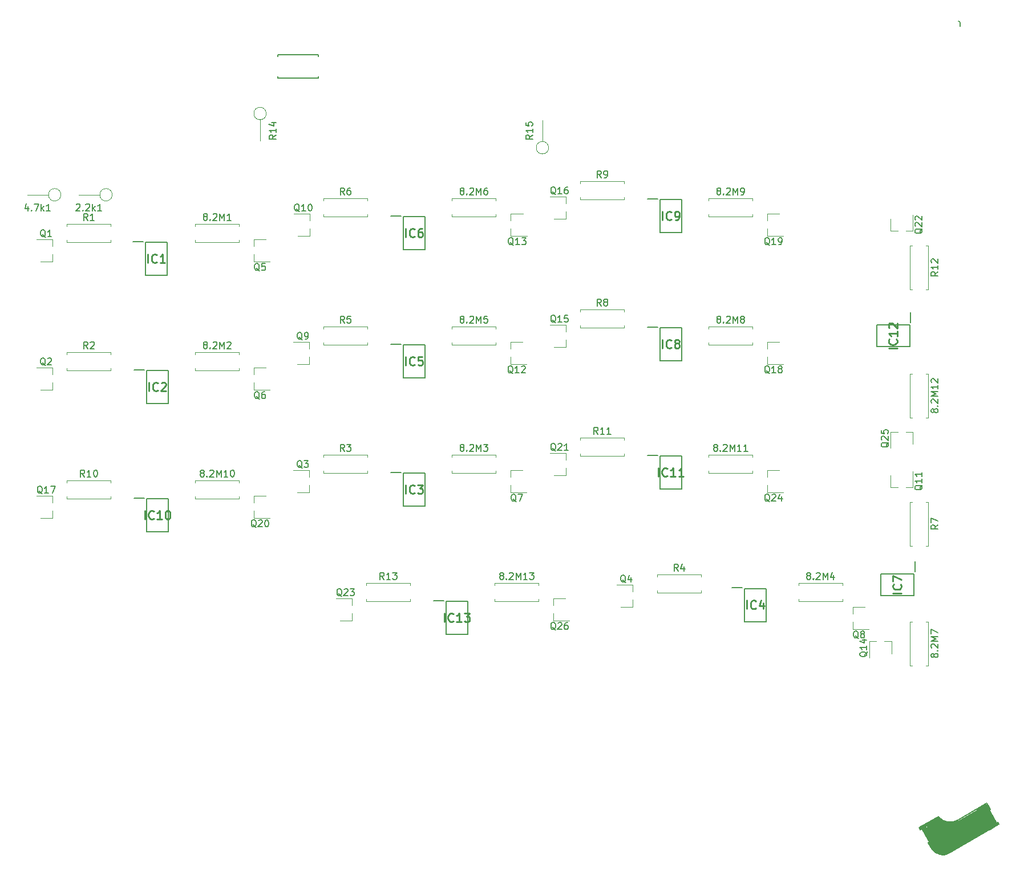
<source format=gbr>
G04 #@! TF.GenerationSoftware,KiCad,Pcbnew,(5.1.2)-1*
G04 #@! TF.CreationDate,2019-11-10T23:35:37+09:00*
G04 #@! TF.ProjectId,pcb2,70636232-2e6b-4696-9361-645f70636258,rev?*
G04 #@! TF.SameCoordinates,Original*
G04 #@! TF.FileFunction,Legend,Top*
G04 #@! TF.FilePolarity,Positive*
%FSLAX46Y46*%
G04 Gerber Fmt 4.6, Leading zero omitted, Abs format (unit mm)*
G04 Created by KiCad (PCBNEW (5.1.2)-1) date 2019-11-10 23:35:37*
%MOMM*%
%LPD*%
G04 APERTURE LIST*
%ADD10C,0.150000*%
%ADD11C,0.120000*%
%ADD12C,0.300000*%
%ADD13C,0.800000*%
%ADD14C,3.000000*%
%ADD15C,0.500000*%
%ADD16C,1.000000*%
%ADD17C,3.500000*%
%ADD18C,0.400000*%
%ADD19C,0.200000*%
%ADD20C,0.254000*%
G04 APERTURE END LIST*
D10*
X332232000Y88646000D02*
G75*
G02X332486000Y88392000I0J-254000D01*
G01*
X332486000Y88392000D02*
X332486000Y87884000D01*
D11*
X272100000Y2920000D02*
X272100000Y1870000D01*
X273900000Y2920000D02*
X272100000Y2920000D01*
X272100000Y-380000D02*
X272100000Y670000D01*
X274500000Y-380000D02*
X272100000Y-380000D01*
X325500000Y27620000D02*
X324450000Y27620000D01*
X325500000Y25820000D02*
X325500000Y27620000D01*
X322200000Y27620000D02*
X323250000Y27620000D01*
X322200000Y25220000D02*
X322200000Y27620000D01*
X303850000Y21970000D02*
X303850000Y20920000D01*
X305650000Y21970000D02*
X303850000Y21970000D01*
X303850000Y18670000D02*
X303850000Y19720000D01*
X306250000Y18670000D02*
X303850000Y18670000D01*
X242250000Y-380000D02*
X242250000Y670000D01*
X240450000Y-380000D02*
X242250000Y-380000D01*
X242250000Y2920000D02*
X242250000Y1870000D01*
X239850000Y2920000D02*
X242250000Y2920000D01*
X322200000Y57470000D02*
X323250000Y57470000D01*
X322200000Y59270000D02*
X322200000Y57470000D01*
X325500000Y57470000D02*
X324450000Y57470000D01*
X325500000Y59870000D02*
X325500000Y57470000D01*
X274000000Y21210000D02*
X274000000Y22260000D01*
X272200000Y21210000D02*
X274000000Y21210000D01*
X274000000Y24510000D02*
X274000000Y23460000D01*
X271600000Y24510000D02*
X274000000Y24510000D01*
X227650000Y18160000D02*
X227650000Y17110000D01*
X229450000Y18160000D02*
X227650000Y18160000D01*
X227650000Y14860000D02*
X227650000Y15910000D01*
X230050000Y14860000D02*
X227650000Y14860000D01*
X303850000Y60070000D02*
X303850000Y59020000D01*
X305650000Y60070000D02*
X303850000Y60070000D01*
X303850000Y56770000D02*
X303850000Y57820000D01*
X306250000Y56770000D02*
X303850000Y56770000D01*
X303850000Y41020000D02*
X303850000Y39970000D01*
X305650000Y41020000D02*
X303850000Y41020000D01*
X303850000Y37720000D02*
X303850000Y38770000D01*
X306250000Y37720000D02*
X303850000Y37720000D01*
X197800000Y14860000D02*
X197800000Y15910000D01*
X196000000Y14860000D02*
X197800000Y14860000D01*
X197800000Y18160000D02*
X197800000Y17110000D01*
X195400000Y18160000D02*
X197800000Y18160000D01*
X274000000Y59310000D02*
X274000000Y60360000D01*
X272200000Y59310000D02*
X274000000Y59310000D01*
X274000000Y62610000D02*
X274000000Y61560000D01*
X271600000Y62610000D02*
X274000000Y62610000D01*
X274000000Y40260000D02*
X274000000Y41310000D01*
X272200000Y40260000D02*
X274000000Y40260000D01*
X274000000Y43560000D02*
X274000000Y42510000D01*
X271600000Y43560000D02*
X274000000Y43560000D01*
X322325000Y-3495000D02*
X321275000Y-3495000D01*
X322325000Y-5295000D02*
X322325000Y-3495000D01*
X319025000Y-3495000D02*
X320075000Y-3495000D01*
X319025000Y-5895000D02*
X319025000Y-3495000D01*
X265820000Y60070000D02*
X265820000Y59020000D01*
X267620000Y60070000D02*
X265820000Y60070000D01*
X265820000Y56770000D02*
X265820000Y57820000D01*
X268220000Y56770000D02*
X265820000Y56770000D01*
X265750000Y41020000D02*
X265750000Y39970000D01*
X267550000Y41020000D02*
X265750000Y41020000D01*
X265750000Y37720000D02*
X265750000Y38770000D01*
X268150000Y37720000D02*
X265750000Y37720000D01*
X322200000Y19370000D02*
X323250000Y19370000D01*
X322200000Y21170000D02*
X322200000Y19370000D01*
X325500000Y19370000D02*
X324450000Y19370000D01*
X325500000Y21770000D02*
X325500000Y19370000D01*
X235970000Y56770000D02*
X235970000Y57820000D01*
X234170000Y56770000D02*
X235970000Y56770000D01*
X235970000Y60070000D02*
X235970000Y59020000D01*
X233570000Y60070000D02*
X235970000Y60070000D01*
X235900000Y37720000D02*
X235900000Y38770000D01*
X234100000Y37720000D02*
X235900000Y37720000D01*
X235900000Y41020000D02*
X235900000Y39970000D01*
X233500000Y41020000D02*
X235900000Y41020000D01*
X316550000Y1650000D02*
X316550000Y600000D01*
X318350000Y1650000D02*
X316550000Y1650000D01*
X316550000Y-1650000D02*
X316550000Y-600000D01*
X318950000Y-1650000D02*
X316550000Y-1650000D01*
X265750000Y21970000D02*
X265750000Y20920000D01*
X267550000Y21970000D02*
X265750000Y21970000D01*
X265750000Y18670000D02*
X265750000Y19720000D01*
X268150000Y18670000D02*
X265750000Y18670000D01*
X227650000Y37210000D02*
X227650000Y36160000D01*
X229450000Y37210000D02*
X227650000Y37210000D01*
X227650000Y33910000D02*
X227650000Y34960000D01*
X230050000Y33910000D02*
X227650000Y33910000D01*
X227650000Y56260000D02*
X227650000Y55210000D01*
X229450000Y56260000D02*
X227650000Y56260000D01*
X227650000Y52960000D02*
X227650000Y54010000D01*
X230050000Y52960000D02*
X227650000Y52960000D01*
X283906804Y1651055D02*
X283906804Y2701055D01*
X282106804Y1651055D02*
X283906804Y1651055D01*
X283906804Y4951055D02*
X283906804Y3901055D01*
X281506804Y4951055D02*
X283906804Y4951055D01*
X235900000Y18670000D02*
X235900000Y19720000D01*
X234100000Y18670000D02*
X235900000Y18670000D01*
X235900000Y21970000D02*
X235900000Y20920000D01*
X233500000Y21970000D02*
X235900000Y21970000D01*
X197800000Y33910000D02*
X197800000Y34960000D01*
X196000000Y33910000D02*
X197800000Y33910000D01*
X197800000Y37210000D02*
X197800000Y36160000D01*
X195400000Y37210000D02*
X197800000Y37210000D01*
X197800000Y52960000D02*
X197800000Y54010000D01*
X196000000Y52960000D02*
X197800000Y52960000D01*
X197800000Y56260000D02*
X197800000Y55210000D01*
X195400000Y56260000D02*
X197800000Y56260000D01*
X225520000Y36730000D02*
X225520000Y37060000D01*
X218980000Y36730000D02*
X225520000Y36730000D01*
X218980000Y37060000D02*
X218980000Y36730000D01*
X225520000Y39470000D02*
X225520000Y39140000D01*
X218980000Y39470000D02*
X225520000Y39470000D01*
X218980000Y39140000D02*
X218980000Y39470000D01*
D12*
X327862577Y-33426512D02*
X328312577Y-34205934D01*
D13*
X327195589Y-31271256D02*
X328095589Y-32830101D01*
D14*
X329924198Y-33737345D02*
X328804198Y-31797448D01*
D15*
X336359433Y-27943499D02*
X335146998Y-28643499D01*
D16*
X337363023Y-30481767D02*
X336113023Y-28316704D01*
D17*
X335637190Y-30092537D02*
X329834820Y-33442537D01*
D10*
X336469241Y-27533691D02*
X336969241Y-28399717D01*
X336969241Y-28399717D02*
X336796036Y-28499717D01*
X336778715Y-28509717D02*
X337903715Y-30458274D01*
X337921036Y-30448274D02*
X338094241Y-30348274D01*
X327725974Y-33389909D02*
X327899179Y-33289909D01*
X327925160Y-33274909D02*
X326805160Y-31335012D01*
X326779179Y-31350012D02*
X326605974Y-31450012D01*
X326425974Y-31138243D02*
X326605974Y-31450012D01*
X328225974Y-34255934D02*
X327725974Y-33389909D01*
X326425974Y-31138243D02*
X329266537Y-29498243D01*
X332139114Y-30033691D02*
X336469241Y-27533691D01*
X338269241Y-30651383D02*
X330994627Y-34851383D01*
X329280462Y-29514996D02*
G75*
G03X332139114Y-30033691I1717360J1328080D01*
G01*
X328225974Y-34255934D02*
G75*
G03X330994627Y-34851383I1682051J1086602D01*
G01*
X338094241Y-30348274D02*
X338269241Y-30651383D01*
D16*
X329134052Y-30061406D02*
G75*
G03X331992704Y-30580101I1717360J1328080D01*
G01*
D15*
X326699179Y-31211448D02*
X329037448Y-29861448D01*
D18*
X337996036Y-30578178D02*
X336783600Y-31278178D01*
X336746036Y-28413114D02*
X336396036Y-27806896D01*
D10*
X237240000Y83665000D02*
X237240000Y83415000D01*
X231240000Y83665000D02*
X237240000Y83665000D01*
X231240000Y83415000D02*
X231240000Y83665000D01*
X231240000Y80165000D02*
X231240000Y80415000D01*
X237240000Y80165000D02*
X231240000Y80165000D01*
X237240000Y80415000D02*
X237240000Y80165000D01*
D11*
X270510000Y70770000D02*
X270510000Y73930000D01*
X271430000Y69850000D02*
G75*
G03X271430000Y69850000I-920000J0D01*
G01*
X250920000Y2440000D02*
X250920000Y2770000D01*
X244380000Y2440000D02*
X250920000Y2440000D01*
X244380000Y2770000D02*
X244380000Y2440000D01*
X250920000Y5180000D02*
X250920000Y4850000D01*
X244380000Y5180000D02*
X250920000Y5180000D01*
X244380000Y4850000D02*
X244380000Y5180000D01*
X325020000Y48800000D02*
X325350000Y48800000D01*
X325020000Y55340000D02*
X325020000Y48800000D01*
X325350000Y55340000D02*
X325020000Y55340000D01*
X327760000Y48800000D02*
X327430000Y48800000D01*
X327760000Y55340000D02*
X327760000Y48800000D01*
X327430000Y55340000D02*
X327760000Y55340000D01*
X282670000Y24030000D02*
X282670000Y24360000D01*
X276130000Y24030000D02*
X282670000Y24030000D01*
X276130000Y24360000D02*
X276130000Y24030000D01*
X282670000Y26770000D02*
X282670000Y26440000D01*
X276130000Y26770000D02*
X282670000Y26770000D01*
X276130000Y26440000D02*
X276130000Y26770000D01*
X206470000Y17680000D02*
X206470000Y18010000D01*
X199930000Y17680000D02*
X206470000Y17680000D01*
X199930000Y18010000D02*
X199930000Y17680000D01*
X206470000Y20420000D02*
X206470000Y20090000D01*
X199930000Y20420000D02*
X206470000Y20420000D01*
X199930000Y20090000D02*
X199930000Y20420000D01*
X282670000Y62130000D02*
X282670000Y62460000D01*
X276130000Y62130000D02*
X282670000Y62130000D01*
X276130000Y62460000D02*
X276130000Y62130000D01*
X282670000Y64870000D02*
X282670000Y64540000D01*
X276130000Y64870000D02*
X282670000Y64870000D01*
X276130000Y64540000D02*
X276130000Y64870000D01*
X282670000Y43080000D02*
X282670000Y43410000D01*
X276130000Y43080000D02*
X282670000Y43080000D01*
X276130000Y43410000D02*
X276130000Y43080000D01*
X282670000Y45820000D02*
X282670000Y45490000D01*
X276130000Y45820000D02*
X282670000Y45820000D01*
X276130000Y45490000D02*
X276130000Y45820000D01*
X325020000Y10700000D02*
X325350000Y10700000D01*
X325020000Y17240000D02*
X325020000Y10700000D01*
X325350000Y17240000D02*
X325020000Y17240000D01*
X327760000Y10700000D02*
X327430000Y10700000D01*
X327760000Y17240000D02*
X327760000Y10700000D01*
X327430000Y17240000D02*
X327760000Y17240000D01*
X244570000Y59590000D02*
X244570000Y59920000D01*
X238030000Y59590000D02*
X244570000Y59590000D01*
X238030000Y59920000D02*
X238030000Y59590000D01*
X244570000Y62330000D02*
X244570000Y62000000D01*
X238030000Y62330000D02*
X244570000Y62330000D01*
X238030000Y62000000D02*
X238030000Y62330000D01*
X244570000Y40540000D02*
X244570000Y40870000D01*
X238030000Y40540000D02*
X244570000Y40540000D01*
X238030000Y40870000D02*
X238030000Y40540000D01*
X244570000Y43280000D02*
X244570000Y42950000D01*
X238030000Y43280000D02*
X244570000Y43280000D01*
X238030000Y42950000D02*
X238030000Y43280000D01*
X294100000Y3710000D02*
X294100000Y4040000D01*
X287560000Y3710000D02*
X294100000Y3710000D01*
X287560000Y4040000D02*
X287560000Y3710000D01*
X294100000Y6450000D02*
X294100000Y6120000D01*
X287560000Y6450000D02*
X294100000Y6450000D01*
X287560000Y6120000D02*
X287560000Y6450000D01*
X244570000Y21490000D02*
X244570000Y21820000D01*
X238030000Y21490000D02*
X244570000Y21490000D01*
X238030000Y21820000D02*
X238030000Y21490000D01*
X244570000Y24230000D02*
X244570000Y23900000D01*
X238030000Y24230000D02*
X244570000Y24230000D01*
X238030000Y23900000D02*
X238030000Y24230000D01*
X228600000Y74010000D02*
X228600000Y70850000D01*
X229520000Y74930000D02*
G75*
G03X229520000Y74930000I-920000J0D01*
G01*
X206470000Y36730000D02*
X206470000Y37060000D01*
X199930000Y36730000D02*
X206470000Y36730000D01*
X199930000Y37060000D02*
X199930000Y36730000D01*
X206470000Y39470000D02*
X206470000Y39140000D01*
X199930000Y39470000D02*
X206470000Y39470000D01*
X199930000Y39140000D02*
X199930000Y39470000D01*
X206470000Y55780000D02*
X206470000Y56110000D01*
X199930000Y55780000D02*
X206470000Y55780000D01*
X199930000Y56110000D02*
X199930000Y55780000D01*
X206470000Y58520000D02*
X206470000Y58190000D01*
X199930000Y58520000D02*
X206470000Y58520000D01*
X199930000Y58190000D02*
X199930000Y58520000D01*
D19*
X254335000Y2580000D02*
X255860000Y2580000D01*
X256210000Y-2450000D02*
X256210000Y2450000D01*
X259410000Y-2450000D02*
X256210000Y-2450000D01*
X259410000Y2450000D02*
X259410000Y-2450000D01*
X256210000Y2450000D02*
X259410000Y2450000D01*
X325160000Y45385000D02*
X325160000Y43860000D01*
X320130000Y43510000D02*
X325030000Y43510000D01*
X320130000Y40310000D02*
X320130000Y43510000D01*
X325030000Y40310000D02*
X320130000Y40310000D01*
X325030000Y43510000D02*
X325030000Y40310000D01*
X286085000Y24170000D02*
X287610000Y24170000D01*
X287960000Y19140000D02*
X287960000Y24040000D01*
X291160000Y19140000D02*
X287960000Y19140000D01*
X291160000Y24040000D02*
X291160000Y19140000D01*
X287960000Y24040000D02*
X291160000Y24040000D01*
X209885000Y17820000D02*
X211410000Y17820000D01*
X211760000Y12790000D02*
X211760000Y17690000D01*
X214960000Y12790000D02*
X211760000Y12790000D01*
X214960000Y17690000D02*
X214960000Y12790000D01*
X211760000Y17690000D02*
X214960000Y17690000D01*
X286085000Y62270000D02*
X287610000Y62270000D01*
X287960000Y57240000D02*
X287960000Y62140000D01*
X291160000Y57240000D02*
X287960000Y57240000D01*
X291160000Y62140000D02*
X291160000Y57240000D01*
X287960000Y62140000D02*
X291160000Y62140000D01*
X286085000Y43220000D02*
X287610000Y43220000D01*
X287960000Y38190000D02*
X287960000Y43090000D01*
X291160000Y38190000D02*
X287960000Y38190000D01*
X291160000Y43090000D02*
X291160000Y38190000D01*
X287960000Y43090000D02*
X291160000Y43090000D01*
X325795000Y8383000D02*
X325795000Y6858000D01*
X320765000Y6508000D02*
X325665000Y6508000D01*
X320765000Y3308000D02*
X320765000Y6508000D01*
X325665000Y3308000D02*
X320765000Y3308000D01*
X325665000Y6508000D02*
X325665000Y3308000D01*
X247985000Y59730000D02*
X249510000Y59730000D01*
X249860000Y54700000D02*
X249860000Y59600000D01*
X253060000Y54700000D02*
X249860000Y54700000D01*
X253060000Y59600000D02*
X253060000Y54700000D01*
X249860000Y59600000D02*
X253060000Y59600000D01*
X247985000Y40680000D02*
X249510000Y40680000D01*
X249860000Y35650000D02*
X249860000Y40550000D01*
X253060000Y35650000D02*
X249860000Y35650000D01*
X253060000Y40550000D02*
X253060000Y35650000D01*
X249860000Y40550000D02*
X253060000Y40550000D01*
X298613000Y4485000D02*
X300138000Y4485000D01*
X300488000Y-545000D02*
X300488000Y4355000D01*
X303688000Y-545000D02*
X300488000Y-545000D01*
X303688000Y4355000D02*
X303688000Y-545000D01*
X300488000Y4355000D02*
X303688000Y4355000D01*
X247985000Y21630000D02*
X249510000Y21630000D01*
X249860000Y16600000D02*
X249860000Y21500000D01*
X253060000Y16600000D02*
X249860000Y16600000D01*
X253060000Y21500000D02*
X253060000Y16600000D01*
X249860000Y21500000D02*
X253060000Y21500000D01*
X209885000Y36870000D02*
X211410000Y36870000D01*
X211760000Y31840000D02*
X211760000Y36740000D01*
X214960000Y31840000D02*
X211760000Y31840000D01*
X214960000Y36740000D02*
X214960000Y31840000D01*
X211760000Y36740000D02*
X214960000Y36740000D01*
X209713000Y55920000D02*
X211238000Y55920000D01*
X211588000Y50890000D02*
X211588000Y55790000D01*
X214788000Y50890000D02*
X211588000Y50890000D01*
X214788000Y55790000D02*
X214788000Y50890000D01*
X211588000Y55790000D02*
X214788000Y55790000D01*
D11*
X269970000Y2440000D02*
X269970000Y2770000D01*
X263430000Y2440000D02*
X269970000Y2440000D01*
X263430000Y2770000D02*
X263430000Y2440000D01*
X269970000Y5180000D02*
X269970000Y4850000D01*
X263430000Y5180000D02*
X269970000Y5180000D01*
X263430000Y4850000D02*
X263430000Y5180000D01*
X325020000Y29750000D02*
X325350000Y29750000D01*
X325020000Y36290000D02*
X325020000Y29750000D01*
X325350000Y36290000D02*
X325020000Y36290000D01*
X327760000Y29750000D02*
X327430000Y29750000D01*
X327760000Y36290000D02*
X327760000Y29750000D01*
X327430000Y36290000D02*
X327760000Y36290000D01*
X301720000Y21490000D02*
X301720000Y21820000D01*
X295180000Y21490000D02*
X301720000Y21490000D01*
X295180000Y21820000D02*
X295180000Y21490000D01*
X301720000Y24230000D02*
X301720000Y23900000D01*
X295180000Y24230000D02*
X301720000Y24230000D01*
X295180000Y23900000D02*
X295180000Y24230000D01*
X225520000Y17680000D02*
X225520000Y18010000D01*
X218980000Y17680000D02*
X225520000Y17680000D01*
X218980000Y18010000D02*
X218980000Y17680000D01*
X225520000Y20420000D02*
X225520000Y20090000D01*
X218980000Y20420000D02*
X225520000Y20420000D01*
X218980000Y20090000D02*
X218980000Y20420000D01*
X301720000Y59590000D02*
X301720000Y59920000D01*
X295180000Y59590000D02*
X301720000Y59590000D01*
X295180000Y59920000D02*
X295180000Y59590000D01*
X301720000Y62330000D02*
X301720000Y62000000D01*
X295180000Y62330000D02*
X301720000Y62330000D01*
X295180000Y62000000D02*
X295180000Y62330000D01*
X301720000Y40540000D02*
X301720000Y40870000D01*
X295180000Y40540000D02*
X301720000Y40540000D01*
X295180000Y40870000D02*
X295180000Y40540000D01*
X301720000Y43280000D02*
X301720000Y42950000D01*
X295180000Y43280000D02*
X301720000Y43280000D01*
X295180000Y42950000D02*
X295180000Y43280000D01*
X325020000Y-7080000D02*
X325350000Y-7080000D01*
X325020000Y-540000D02*
X325020000Y-7080000D01*
X325350000Y-540000D02*
X325020000Y-540000D01*
X327760000Y-7080000D02*
X327430000Y-7080000D01*
X327760000Y-540000D02*
X327760000Y-7080000D01*
X327430000Y-540000D02*
X327760000Y-540000D01*
X263620000Y59590000D02*
X263620000Y59920000D01*
X257080000Y59590000D02*
X263620000Y59590000D01*
X257080000Y59920000D02*
X257080000Y59590000D01*
X263620000Y62330000D02*
X263620000Y62000000D01*
X257080000Y62330000D02*
X263620000Y62330000D01*
X257080000Y62000000D02*
X257080000Y62330000D01*
X263620000Y40540000D02*
X263620000Y40870000D01*
X257080000Y40540000D02*
X263620000Y40540000D01*
X257080000Y40870000D02*
X257080000Y40540000D01*
X263620000Y43280000D02*
X263620000Y42950000D01*
X257080000Y43280000D02*
X263620000Y43280000D01*
X257080000Y42950000D02*
X257080000Y43280000D01*
X315055000Y2440000D02*
X315055000Y2770000D01*
X308515000Y2440000D02*
X315055000Y2440000D01*
X308515000Y2770000D02*
X308515000Y2440000D01*
X315055000Y5180000D02*
X315055000Y4850000D01*
X308515000Y5180000D02*
X315055000Y5180000D01*
X308515000Y4850000D02*
X308515000Y5180000D01*
X263620000Y21490000D02*
X263620000Y21820000D01*
X257080000Y21490000D02*
X263620000Y21490000D01*
X257080000Y21820000D02*
X257080000Y21490000D01*
X263620000Y24230000D02*
X263620000Y23900000D01*
X257080000Y24230000D02*
X263620000Y24230000D01*
X257080000Y23900000D02*
X257080000Y24230000D01*
X225520000Y55780000D02*
X225520000Y56110000D01*
X218980000Y55780000D02*
X225520000Y55780000D01*
X218980000Y56110000D02*
X218980000Y55780000D01*
X225520000Y58520000D02*
X225520000Y58190000D01*
X218980000Y58520000D02*
X225520000Y58520000D01*
X218980000Y58190000D02*
X218980000Y58520000D01*
X197200000Y62865000D02*
X194040000Y62865000D01*
X199040000Y62865000D02*
G75*
G03X199040000Y62865000I-920000J0D01*
G01*
X204820000Y62865000D02*
X201660000Y62865000D01*
X206660000Y62865000D02*
G75*
G03X206660000Y62865000I-920000J0D01*
G01*
D10*
X272478571Y-1777619D02*
X272383333Y-1730000D01*
X272288095Y-1634761D01*
X272145238Y-1491904D01*
X272050000Y-1444285D01*
X271954761Y-1444285D01*
X272002380Y-1682380D02*
X271907142Y-1634761D01*
X271811904Y-1539523D01*
X271764285Y-1349047D01*
X271764285Y-1015714D01*
X271811904Y-825238D01*
X271907142Y-730000D01*
X272002380Y-682380D01*
X272192857Y-682380D01*
X272288095Y-730000D01*
X272383333Y-825238D01*
X272430952Y-1015714D01*
X272430952Y-1349047D01*
X272383333Y-1539523D01*
X272288095Y-1634761D01*
X272192857Y-1682380D01*
X272002380Y-1682380D01*
X272811904Y-777619D02*
X272859523Y-730000D01*
X272954761Y-682380D01*
X273192857Y-682380D01*
X273288095Y-730000D01*
X273335714Y-777619D01*
X273383333Y-872857D01*
X273383333Y-968095D01*
X273335714Y-1110952D01*
X272764285Y-1682380D01*
X273383333Y-1682380D01*
X274240476Y-682380D02*
X274050000Y-682380D01*
X273954761Y-730000D01*
X273907142Y-777619D01*
X273811904Y-920476D01*
X273764285Y-1110952D01*
X273764285Y-1491904D01*
X273811904Y-1587142D01*
X273859523Y-1634761D01*
X273954761Y-1682380D01*
X274145238Y-1682380D01*
X274240476Y-1634761D01*
X274288095Y-1587142D01*
X274335714Y-1491904D01*
X274335714Y-1253809D01*
X274288095Y-1158571D01*
X274240476Y-1110952D01*
X274145238Y-1063333D01*
X273954761Y-1063333D01*
X273859523Y-1110952D01*
X273811904Y-1158571D01*
X273764285Y-1253809D01*
X321897619Y26098571D02*
X321850000Y26003333D01*
X321754761Y25908095D01*
X321611904Y25765238D01*
X321564285Y25670000D01*
X321564285Y25574761D01*
X321802380Y25622380D02*
X321754761Y25527142D01*
X321659523Y25431904D01*
X321469047Y25384285D01*
X321135714Y25384285D01*
X320945238Y25431904D01*
X320850000Y25527142D01*
X320802380Y25622380D01*
X320802380Y25812857D01*
X320850000Y25908095D01*
X320945238Y26003333D01*
X321135714Y26050952D01*
X321469047Y26050952D01*
X321659523Y26003333D01*
X321754761Y25908095D01*
X321802380Y25812857D01*
X321802380Y25622380D01*
X320897619Y26431904D02*
X320850000Y26479523D01*
X320802380Y26574761D01*
X320802380Y26812857D01*
X320850000Y26908095D01*
X320897619Y26955714D01*
X320992857Y27003333D01*
X321088095Y27003333D01*
X321230952Y26955714D01*
X321802380Y26384285D01*
X321802380Y27003333D01*
X320802380Y27908095D02*
X320802380Y27431904D01*
X321278571Y27384285D01*
X321230952Y27431904D01*
X321183333Y27527142D01*
X321183333Y27765238D01*
X321230952Y27860476D01*
X321278571Y27908095D01*
X321373809Y27955714D01*
X321611904Y27955714D01*
X321707142Y27908095D01*
X321754761Y27860476D01*
X321802380Y27765238D01*
X321802380Y27527142D01*
X321754761Y27431904D01*
X321707142Y27384285D01*
X304228571Y17272380D02*
X304133333Y17320000D01*
X304038095Y17415238D01*
X303895238Y17558095D01*
X303800000Y17605714D01*
X303704761Y17605714D01*
X303752380Y17367619D02*
X303657142Y17415238D01*
X303561904Y17510476D01*
X303514285Y17700952D01*
X303514285Y18034285D01*
X303561904Y18224761D01*
X303657142Y18320000D01*
X303752380Y18367619D01*
X303942857Y18367619D01*
X304038095Y18320000D01*
X304133333Y18224761D01*
X304180952Y18034285D01*
X304180952Y17700952D01*
X304133333Y17510476D01*
X304038095Y17415238D01*
X303942857Y17367619D01*
X303752380Y17367619D01*
X304561904Y18272380D02*
X304609523Y18320000D01*
X304704761Y18367619D01*
X304942857Y18367619D01*
X305038095Y18320000D01*
X305085714Y18272380D01*
X305133333Y18177142D01*
X305133333Y18081904D01*
X305085714Y17939047D01*
X304514285Y17367619D01*
X305133333Y17367619D01*
X305990476Y18034285D02*
X305990476Y17367619D01*
X305752380Y18415238D02*
X305514285Y17700952D01*
X306133333Y17700952D01*
X240728571Y3222380D02*
X240633333Y3270000D01*
X240538095Y3365238D01*
X240395238Y3508095D01*
X240300000Y3555714D01*
X240204761Y3555714D01*
X240252380Y3317619D02*
X240157142Y3365238D01*
X240061904Y3460476D01*
X240014285Y3650952D01*
X240014285Y3984285D01*
X240061904Y4174761D01*
X240157142Y4270000D01*
X240252380Y4317619D01*
X240442857Y4317619D01*
X240538095Y4270000D01*
X240633333Y4174761D01*
X240680952Y3984285D01*
X240680952Y3650952D01*
X240633333Y3460476D01*
X240538095Y3365238D01*
X240442857Y3317619D01*
X240252380Y3317619D01*
X241061904Y4222380D02*
X241109523Y4270000D01*
X241204761Y4317619D01*
X241442857Y4317619D01*
X241538095Y4270000D01*
X241585714Y4222380D01*
X241633333Y4127142D01*
X241633333Y4031904D01*
X241585714Y3889047D01*
X241014285Y3317619D01*
X241633333Y3317619D01*
X241966666Y4317619D02*
X242585714Y4317619D01*
X242252380Y3936666D01*
X242395238Y3936666D01*
X242490476Y3889047D01*
X242538095Y3841428D01*
X242585714Y3746190D01*
X242585714Y3508095D01*
X242538095Y3412857D01*
X242490476Y3365238D01*
X242395238Y3317619D01*
X242109523Y3317619D01*
X242014285Y3365238D01*
X241966666Y3412857D01*
X326897619Y57848571D02*
X326850000Y57753333D01*
X326754761Y57658095D01*
X326611904Y57515238D01*
X326564285Y57420000D01*
X326564285Y57324761D01*
X326802380Y57372380D02*
X326754761Y57277142D01*
X326659523Y57181904D01*
X326469047Y57134285D01*
X326135714Y57134285D01*
X325945238Y57181904D01*
X325850000Y57277142D01*
X325802380Y57372380D01*
X325802380Y57562857D01*
X325850000Y57658095D01*
X325945238Y57753333D01*
X326135714Y57800952D01*
X326469047Y57800952D01*
X326659523Y57753333D01*
X326754761Y57658095D01*
X326802380Y57562857D01*
X326802380Y57372380D01*
X325897619Y58181904D02*
X325850000Y58229523D01*
X325802380Y58324761D01*
X325802380Y58562857D01*
X325850000Y58658095D01*
X325897619Y58705714D01*
X325992857Y58753333D01*
X326088095Y58753333D01*
X326230952Y58705714D01*
X326802380Y58134285D01*
X326802380Y58753333D01*
X325897619Y59134285D02*
X325850000Y59181904D01*
X325802380Y59277142D01*
X325802380Y59515238D01*
X325850000Y59610476D01*
X325897619Y59658095D01*
X325992857Y59705714D01*
X326088095Y59705714D01*
X326230952Y59658095D01*
X326802380Y59086666D01*
X326802380Y59705714D01*
X272478571Y24812380D02*
X272383333Y24860000D01*
X272288095Y24955238D01*
X272145238Y25098095D01*
X272050000Y25145714D01*
X271954761Y25145714D01*
X272002380Y24907619D02*
X271907142Y24955238D01*
X271811904Y25050476D01*
X271764285Y25240952D01*
X271764285Y25574285D01*
X271811904Y25764761D01*
X271907142Y25860000D01*
X272002380Y25907619D01*
X272192857Y25907619D01*
X272288095Y25860000D01*
X272383333Y25764761D01*
X272430952Y25574285D01*
X272430952Y25240952D01*
X272383333Y25050476D01*
X272288095Y24955238D01*
X272192857Y24907619D01*
X272002380Y24907619D01*
X272811904Y25812380D02*
X272859523Y25860000D01*
X272954761Y25907619D01*
X273192857Y25907619D01*
X273288095Y25860000D01*
X273335714Y25812380D01*
X273383333Y25717142D01*
X273383333Y25621904D01*
X273335714Y25479047D01*
X272764285Y24907619D01*
X273383333Y24907619D01*
X274335714Y24907619D02*
X273764285Y24907619D01*
X274050000Y24907619D02*
X274050000Y25907619D01*
X273954761Y25764761D01*
X273859523Y25669523D01*
X273764285Y25621904D01*
X228028571Y13462380D02*
X227933333Y13510000D01*
X227838095Y13605238D01*
X227695238Y13748095D01*
X227600000Y13795714D01*
X227504761Y13795714D01*
X227552380Y13557619D02*
X227457142Y13605238D01*
X227361904Y13700476D01*
X227314285Y13890952D01*
X227314285Y14224285D01*
X227361904Y14414761D01*
X227457142Y14510000D01*
X227552380Y14557619D01*
X227742857Y14557619D01*
X227838095Y14510000D01*
X227933333Y14414761D01*
X227980952Y14224285D01*
X227980952Y13890952D01*
X227933333Y13700476D01*
X227838095Y13605238D01*
X227742857Y13557619D01*
X227552380Y13557619D01*
X228361904Y14462380D02*
X228409523Y14510000D01*
X228504761Y14557619D01*
X228742857Y14557619D01*
X228838095Y14510000D01*
X228885714Y14462380D01*
X228933333Y14367142D01*
X228933333Y14271904D01*
X228885714Y14129047D01*
X228314285Y13557619D01*
X228933333Y13557619D01*
X229552380Y14557619D02*
X229647619Y14557619D01*
X229742857Y14510000D01*
X229790476Y14462380D01*
X229838095Y14367142D01*
X229885714Y14176666D01*
X229885714Y13938571D01*
X229838095Y13748095D01*
X229790476Y13652857D01*
X229742857Y13605238D01*
X229647619Y13557619D01*
X229552380Y13557619D01*
X229457142Y13605238D01*
X229409523Y13652857D01*
X229361904Y13748095D01*
X229314285Y13938571D01*
X229314285Y14176666D01*
X229361904Y14367142D01*
X229409523Y14462380D01*
X229457142Y14510000D01*
X229552380Y14557619D01*
X304228571Y55372380D02*
X304133333Y55420000D01*
X304038095Y55515238D01*
X303895238Y55658095D01*
X303800000Y55705714D01*
X303704761Y55705714D01*
X303752380Y55467619D02*
X303657142Y55515238D01*
X303561904Y55610476D01*
X303514285Y55800952D01*
X303514285Y56134285D01*
X303561904Y56324761D01*
X303657142Y56420000D01*
X303752380Y56467619D01*
X303942857Y56467619D01*
X304038095Y56420000D01*
X304133333Y56324761D01*
X304180952Y56134285D01*
X304180952Y55800952D01*
X304133333Y55610476D01*
X304038095Y55515238D01*
X303942857Y55467619D01*
X303752380Y55467619D01*
X305133333Y55467619D02*
X304561904Y55467619D01*
X304847619Y55467619D02*
X304847619Y56467619D01*
X304752380Y56324761D01*
X304657142Y56229523D01*
X304561904Y56181904D01*
X305609523Y55467619D02*
X305800000Y55467619D01*
X305895238Y55515238D01*
X305942857Y55562857D01*
X306038095Y55705714D01*
X306085714Y55896190D01*
X306085714Y56277142D01*
X306038095Y56372380D01*
X305990476Y56420000D01*
X305895238Y56467619D01*
X305704761Y56467619D01*
X305609523Y56420000D01*
X305561904Y56372380D01*
X305514285Y56277142D01*
X305514285Y56039047D01*
X305561904Y55943809D01*
X305609523Y55896190D01*
X305704761Y55848571D01*
X305895238Y55848571D01*
X305990476Y55896190D01*
X306038095Y55943809D01*
X306085714Y56039047D01*
X304228571Y36322380D02*
X304133333Y36370000D01*
X304038095Y36465238D01*
X303895238Y36608095D01*
X303800000Y36655714D01*
X303704761Y36655714D01*
X303752380Y36417619D02*
X303657142Y36465238D01*
X303561904Y36560476D01*
X303514285Y36750952D01*
X303514285Y37084285D01*
X303561904Y37274761D01*
X303657142Y37370000D01*
X303752380Y37417619D01*
X303942857Y37417619D01*
X304038095Y37370000D01*
X304133333Y37274761D01*
X304180952Y37084285D01*
X304180952Y36750952D01*
X304133333Y36560476D01*
X304038095Y36465238D01*
X303942857Y36417619D01*
X303752380Y36417619D01*
X305133333Y36417619D02*
X304561904Y36417619D01*
X304847619Y36417619D02*
X304847619Y37417619D01*
X304752380Y37274761D01*
X304657142Y37179523D01*
X304561904Y37131904D01*
X305704761Y36989047D02*
X305609523Y37036666D01*
X305561904Y37084285D01*
X305514285Y37179523D01*
X305514285Y37227142D01*
X305561904Y37322380D01*
X305609523Y37370000D01*
X305704761Y37417619D01*
X305895238Y37417619D01*
X305990476Y37370000D01*
X306038095Y37322380D01*
X306085714Y37227142D01*
X306085714Y37179523D01*
X306038095Y37084285D01*
X305990476Y37036666D01*
X305895238Y36989047D01*
X305704761Y36989047D01*
X305609523Y36941428D01*
X305561904Y36893809D01*
X305514285Y36798571D01*
X305514285Y36608095D01*
X305561904Y36512857D01*
X305609523Y36465238D01*
X305704761Y36417619D01*
X305895238Y36417619D01*
X305990476Y36465238D01*
X306038095Y36512857D01*
X306085714Y36608095D01*
X306085714Y36798571D01*
X306038095Y36893809D01*
X305990476Y36941428D01*
X305895238Y36989047D01*
X196278571Y18462380D02*
X196183333Y18510000D01*
X196088095Y18605238D01*
X195945238Y18748095D01*
X195850000Y18795714D01*
X195754761Y18795714D01*
X195802380Y18557619D02*
X195707142Y18605238D01*
X195611904Y18700476D01*
X195564285Y18890952D01*
X195564285Y19224285D01*
X195611904Y19414761D01*
X195707142Y19510000D01*
X195802380Y19557619D01*
X195992857Y19557619D01*
X196088095Y19510000D01*
X196183333Y19414761D01*
X196230952Y19224285D01*
X196230952Y18890952D01*
X196183333Y18700476D01*
X196088095Y18605238D01*
X195992857Y18557619D01*
X195802380Y18557619D01*
X197183333Y18557619D02*
X196611904Y18557619D01*
X196897619Y18557619D02*
X196897619Y19557619D01*
X196802380Y19414761D01*
X196707142Y19319523D01*
X196611904Y19271904D01*
X197516666Y19557619D02*
X198183333Y19557619D01*
X197754761Y18557619D01*
X272478571Y62912380D02*
X272383333Y62960000D01*
X272288095Y63055238D01*
X272145238Y63198095D01*
X272050000Y63245714D01*
X271954761Y63245714D01*
X272002380Y63007619D02*
X271907142Y63055238D01*
X271811904Y63150476D01*
X271764285Y63340952D01*
X271764285Y63674285D01*
X271811904Y63864761D01*
X271907142Y63960000D01*
X272002380Y64007619D01*
X272192857Y64007619D01*
X272288095Y63960000D01*
X272383333Y63864761D01*
X272430952Y63674285D01*
X272430952Y63340952D01*
X272383333Y63150476D01*
X272288095Y63055238D01*
X272192857Y63007619D01*
X272002380Y63007619D01*
X273383333Y63007619D02*
X272811904Y63007619D01*
X273097619Y63007619D02*
X273097619Y64007619D01*
X273002380Y63864761D01*
X272907142Y63769523D01*
X272811904Y63721904D01*
X274240476Y64007619D02*
X274050000Y64007619D01*
X273954761Y63960000D01*
X273907142Y63912380D01*
X273811904Y63769523D01*
X273764285Y63579047D01*
X273764285Y63198095D01*
X273811904Y63102857D01*
X273859523Y63055238D01*
X273954761Y63007619D01*
X274145238Y63007619D01*
X274240476Y63055238D01*
X274288095Y63102857D01*
X274335714Y63198095D01*
X274335714Y63436190D01*
X274288095Y63531428D01*
X274240476Y63579047D01*
X274145238Y63626666D01*
X273954761Y63626666D01*
X273859523Y63579047D01*
X273811904Y63531428D01*
X273764285Y63436190D01*
X272478571Y43862380D02*
X272383333Y43910000D01*
X272288095Y44005238D01*
X272145238Y44148095D01*
X272050000Y44195714D01*
X271954761Y44195714D01*
X272002380Y43957619D02*
X271907142Y44005238D01*
X271811904Y44100476D01*
X271764285Y44290952D01*
X271764285Y44624285D01*
X271811904Y44814761D01*
X271907142Y44910000D01*
X272002380Y44957619D01*
X272192857Y44957619D01*
X272288095Y44910000D01*
X272383333Y44814761D01*
X272430952Y44624285D01*
X272430952Y44290952D01*
X272383333Y44100476D01*
X272288095Y44005238D01*
X272192857Y43957619D01*
X272002380Y43957619D01*
X273383333Y43957619D02*
X272811904Y43957619D01*
X273097619Y43957619D02*
X273097619Y44957619D01*
X273002380Y44814761D01*
X272907142Y44719523D01*
X272811904Y44671904D01*
X274288095Y44957619D02*
X273811904Y44957619D01*
X273764285Y44481428D01*
X273811904Y44529047D01*
X273907142Y44576666D01*
X274145238Y44576666D01*
X274240476Y44529047D01*
X274288095Y44481428D01*
X274335714Y44386190D01*
X274335714Y44148095D01*
X274288095Y44052857D01*
X274240476Y44005238D01*
X274145238Y43957619D01*
X273907142Y43957619D01*
X273811904Y44005238D01*
X273764285Y44052857D01*
X318722619Y-5016428D02*
X318675000Y-5111666D01*
X318579761Y-5206904D01*
X318436904Y-5349761D01*
X318389285Y-5445000D01*
X318389285Y-5540238D01*
X318627380Y-5492619D02*
X318579761Y-5587857D01*
X318484523Y-5683095D01*
X318294047Y-5730714D01*
X317960714Y-5730714D01*
X317770238Y-5683095D01*
X317675000Y-5587857D01*
X317627380Y-5492619D01*
X317627380Y-5302142D01*
X317675000Y-5206904D01*
X317770238Y-5111666D01*
X317960714Y-5064047D01*
X318294047Y-5064047D01*
X318484523Y-5111666D01*
X318579761Y-5206904D01*
X318627380Y-5302142D01*
X318627380Y-5492619D01*
X318627380Y-4111666D02*
X318627380Y-4683095D01*
X318627380Y-4397380D02*
X317627380Y-4397380D01*
X317770238Y-4492619D01*
X317865476Y-4587857D01*
X317913095Y-4683095D01*
X317960714Y-3254523D02*
X318627380Y-3254523D01*
X317579761Y-3492619D02*
X318294047Y-3730714D01*
X318294047Y-3111666D01*
X266198571Y55372380D02*
X266103333Y55420000D01*
X266008095Y55515238D01*
X265865238Y55658095D01*
X265770000Y55705714D01*
X265674761Y55705714D01*
X265722380Y55467619D02*
X265627142Y55515238D01*
X265531904Y55610476D01*
X265484285Y55800952D01*
X265484285Y56134285D01*
X265531904Y56324761D01*
X265627142Y56420000D01*
X265722380Y56467619D01*
X265912857Y56467619D01*
X266008095Y56420000D01*
X266103333Y56324761D01*
X266150952Y56134285D01*
X266150952Y55800952D01*
X266103333Y55610476D01*
X266008095Y55515238D01*
X265912857Y55467619D01*
X265722380Y55467619D01*
X267103333Y55467619D02*
X266531904Y55467619D01*
X266817619Y55467619D02*
X266817619Y56467619D01*
X266722380Y56324761D01*
X266627142Y56229523D01*
X266531904Y56181904D01*
X267436666Y56467619D02*
X268055714Y56467619D01*
X267722380Y56086666D01*
X267865238Y56086666D01*
X267960476Y56039047D01*
X268008095Y55991428D01*
X268055714Y55896190D01*
X268055714Y55658095D01*
X268008095Y55562857D01*
X267960476Y55515238D01*
X267865238Y55467619D01*
X267579523Y55467619D01*
X267484285Y55515238D01*
X267436666Y55562857D01*
X266128571Y36322380D02*
X266033333Y36370000D01*
X265938095Y36465238D01*
X265795238Y36608095D01*
X265700000Y36655714D01*
X265604761Y36655714D01*
X265652380Y36417619D02*
X265557142Y36465238D01*
X265461904Y36560476D01*
X265414285Y36750952D01*
X265414285Y37084285D01*
X265461904Y37274761D01*
X265557142Y37370000D01*
X265652380Y37417619D01*
X265842857Y37417619D01*
X265938095Y37370000D01*
X266033333Y37274761D01*
X266080952Y37084285D01*
X266080952Y36750952D01*
X266033333Y36560476D01*
X265938095Y36465238D01*
X265842857Y36417619D01*
X265652380Y36417619D01*
X267033333Y36417619D02*
X266461904Y36417619D01*
X266747619Y36417619D02*
X266747619Y37417619D01*
X266652380Y37274761D01*
X266557142Y37179523D01*
X266461904Y37131904D01*
X267414285Y37322380D02*
X267461904Y37370000D01*
X267557142Y37417619D01*
X267795238Y37417619D01*
X267890476Y37370000D01*
X267938095Y37322380D01*
X267985714Y37227142D01*
X267985714Y37131904D01*
X267938095Y36989047D01*
X267366666Y36417619D01*
X267985714Y36417619D01*
X326897619Y19748571D02*
X326850000Y19653333D01*
X326754761Y19558095D01*
X326611904Y19415238D01*
X326564285Y19320000D01*
X326564285Y19224761D01*
X326802380Y19272380D02*
X326754761Y19177142D01*
X326659523Y19081904D01*
X326469047Y19034285D01*
X326135714Y19034285D01*
X325945238Y19081904D01*
X325850000Y19177142D01*
X325802380Y19272380D01*
X325802380Y19462857D01*
X325850000Y19558095D01*
X325945238Y19653333D01*
X326135714Y19700952D01*
X326469047Y19700952D01*
X326659523Y19653333D01*
X326754761Y19558095D01*
X326802380Y19462857D01*
X326802380Y19272380D01*
X326802380Y20653333D02*
X326802380Y20081904D01*
X326802380Y20367619D02*
X325802380Y20367619D01*
X325945238Y20272380D01*
X326040476Y20177142D01*
X326088095Y20081904D01*
X326802380Y21605714D02*
X326802380Y21034285D01*
X326802380Y21320000D02*
X325802380Y21320000D01*
X325945238Y21224761D01*
X326040476Y21129523D01*
X326088095Y21034285D01*
X234448571Y60372380D02*
X234353333Y60420000D01*
X234258095Y60515238D01*
X234115238Y60658095D01*
X234020000Y60705714D01*
X233924761Y60705714D01*
X233972380Y60467619D02*
X233877142Y60515238D01*
X233781904Y60610476D01*
X233734285Y60800952D01*
X233734285Y61134285D01*
X233781904Y61324761D01*
X233877142Y61420000D01*
X233972380Y61467619D01*
X234162857Y61467619D01*
X234258095Y61420000D01*
X234353333Y61324761D01*
X234400952Y61134285D01*
X234400952Y60800952D01*
X234353333Y60610476D01*
X234258095Y60515238D01*
X234162857Y60467619D01*
X233972380Y60467619D01*
X235353333Y60467619D02*
X234781904Y60467619D01*
X235067619Y60467619D02*
X235067619Y61467619D01*
X234972380Y61324761D01*
X234877142Y61229523D01*
X234781904Y61181904D01*
X235972380Y61467619D02*
X236067619Y61467619D01*
X236162857Y61420000D01*
X236210476Y61372380D01*
X236258095Y61277142D01*
X236305714Y61086666D01*
X236305714Y60848571D01*
X236258095Y60658095D01*
X236210476Y60562857D01*
X236162857Y60515238D01*
X236067619Y60467619D01*
X235972380Y60467619D01*
X235877142Y60515238D01*
X235829523Y60562857D01*
X235781904Y60658095D01*
X235734285Y60848571D01*
X235734285Y61086666D01*
X235781904Y61277142D01*
X235829523Y61372380D01*
X235877142Y61420000D01*
X235972380Y61467619D01*
X234854761Y41322380D02*
X234759523Y41370000D01*
X234664285Y41465238D01*
X234521428Y41608095D01*
X234426190Y41655714D01*
X234330952Y41655714D01*
X234378571Y41417619D02*
X234283333Y41465238D01*
X234188095Y41560476D01*
X234140476Y41750952D01*
X234140476Y42084285D01*
X234188095Y42274761D01*
X234283333Y42370000D01*
X234378571Y42417619D01*
X234569047Y42417619D01*
X234664285Y42370000D01*
X234759523Y42274761D01*
X234807142Y42084285D01*
X234807142Y41750952D01*
X234759523Y41560476D01*
X234664285Y41465238D01*
X234569047Y41417619D01*
X234378571Y41417619D01*
X235283333Y41417619D02*
X235473809Y41417619D01*
X235569047Y41465238D01*
X235616666Y41512857D01*
X235711904Y41655714D01*
X235759523Y41846190D01*
X235759523Y42227142D01*
X235711904Y42322380D01*
X235664285Y42370000D01*
X235569047Y42417619D01*
X235378571Y42417619D01*
X235283333Y42370000D01*
X235235714Y42322380D01*
X235188095Y42227142D01*
X235188095Y41989047D01*
X235235714Y41893809D01*
X235283333Y41846190D01*
X235378571Y41798571D01*
X235569047Y41798571D01*
X235664285Y41846190D01*
X235711904Y41893809D01*
X235759523Y41989047D01*
X317404761Y-3047619D02*
X317309523Y-3000000D01*
X317214285Y-2904761D01*
X317071428Y-2761904D01*
X316976190Y-2714285D01*
X316880952Y-2714285D01*
X316928571Y-2952380D02*
X316833333Y-2904761D01*
X316738095Y-2809523D01*
X316690476Y-2619047D01*
X316690476Y-2285714D01*
X316738095Y-2095238D01*
X316833333Y-2000000D01*
X316928571Y-1952380D01*
X317119047Y-1952380D01*
X317214285Y-2000000D01*
X317309523Y-2095238D01*
X317357142Y-2285714D01*
X317357142Y-2619047D01*
X317309523Y-2809523D01*
X317214285Y-2904761D01*
X317119047Y-2952380D01*
X316928571Y-2952380D01*
X317928571Y-2380952D02*
X317833333Y-2333333D01*
X317785714Y-2285714D01*
X317738095Y-2190476D01*
X317738095Y-2142857D01*
X317785714Y-2047619D01*
X317833333Y-2000000D01*
X317928571Y-1952380D01*
X318119047Y-1952380D01*
X318214285Y-2000000D01*
X318261904Y-2047619D01*
X318309523Y-2142857D01*
X318309523Y-2190476D01*
X318261904Y-2285714D01*
X318214285Y-2333333D01*
X318119047Y-2380952D01*
X317928571Y-2380952D01*
X317833333Y-2428571D01*
X317785714Y-2476190D01*
X317738095Y-2571428D01*
X317738095Y-2761904D01*
X317785714Y-2857142D01*
X317833333Y-2904761D01*
X317928571Y-2952380D01*
X318119047Y-2952380D01*
X318214285Y-2904761D01*
X318261904Y-2857142D01*
X318309523Y-2761904D01*
X318309523Y-2571428D01*
X318261904Y-2476190D01*
X318214285Y-2428571D01*
X318119047Y-2380952D01*
X266604761Y17272380D02*
X266509523Y17320000D01*
X266414285Y17415238D01*
X266271428Y17558095D01*
X266176190Y17605714D01*
X266080952Y17605714D01*
X266128571Y17367619D02*
X266033333Y17415238D01*
X265938095Y17510476D01*
X265890476Y17700952D01*
X265890476Y18034285D01*
X265938095Y18224761D01*
X266033333Y18320000D01*
X266128571Y18367619D01*
X266319047Y18367619D01*
X266414285Y18320000D01*
X266509523Y18224761D01*
X266557142Y18034285D01*
X266557142Y17700952D01*
X266509523Y17510476D01*
X266414285Y17415238D01*
X266319047Y17367619D01*
X266128571Y17367619D01*
X266890476Y18367619D02*
X267557142Y18367619D01*
X267128571Y17367619D01*
X228504761Y32512380D02*
X228409523Y32560000D01*
X228314285Y32655238D01*
X228171428Y32798095D01*
X228076190Y32845714D01*
X227980952Y32845714D01*
X228028571Y32607619D02*
X227933333Y32655238D01*
X227838095Y32750476D01*
X227790476Y32940952D01*
X227790476Y33274285D01*
X227838095Y33464761D01*
X227933333Y33560000D01*
X228028571Y33607619D01*
X228219047Y33607619D01*
X228314285Y33560000D01*
X228409523Y33464761D01*
X228457142Y33274285D01*
X228457142Y32940952D01*
X228409523Y32750476D01*
X228314285Y32655238D01*
X228219047Y32607619D01*
X228028571Y32607619D01*
X229314285Y33607619D02*
X229123809Y33607619D01*
X229028571Y33560000D01*
X228980952Y33512380D01*
X228885714Y33369523D01*
X228838095Y33179047D01*
X228838095Y32798095D01*
X228885714Y32702857D01*
X228933333Y32655238D01*
X229028571Y32607619D01*
X229219047Y32607619D01*
X229314285Y32655238D01*
X229361904Y32702857D01*
X229409523Y32798095D01*
X229409523Y33036190D01*
X229361904Y33131428D01*
X229314285Y33179047D01*
X229219047Y33226666D01*
X229028571Y33226666D01*
X228933333Y33179047D01*
X228885714Y33131428D01*
X228838095Y33036190D01*
X228504761Y51562380D02*
X228409523Y51610000D01*
X228314285Y51705238D01*
X228171428Y51848095D01*
X228076190Y51895714D01*
X227980952Y51895714D01*
X228028571Y51657619D02*
X227933333Y51705238D01*
X227838095Y51800476D01*
X227790476Y51990952D01*
X227790476Y52324285D01*
X227838095Y52514761D01*
X227933333Y52610000D01*
X228028571Y52657619D01*
X228219047Y52657619D01*
X228314285Y52610000D01*
X228409523Y52514761D01*
X228457142Y52324285D01*
X228457142Y51990952D01*
X228409523Y51800476D01*
X228314285Y51705238D01*
X228219047Y51657619D01*
X228028571Y51657619D01*
X229361904Y52657619D02*
X228885714Y52657619D01*
X228838095Y52181428D01*
X228885714Y52229047D01*
X228980952Y52276666D01*
X229219047Y52276666D01*
X229314285Y52229047D01*
X229361904Y52181428D01*
X229409523Y52086190D01*
X229409523Y51848095D01*
X229361904Y51752857D01*
X229314285Y51705238D01*
X229219047Y51657619D01*
X228980952Y51657619D01*
X228885714Y51705238D01*
X228838095Y51752857D01*
X282861565Y5253435D02*
X282766327Y5301055D01*
X282671089Y5396293D01*
X282528232Y5539150D01*
X282432994Y5586769D01*
X282337756Y5586769D01*
X282385375Y5348674D02*
X282290137Y5396293D01*
X282194899Y5491531D01*
X282147280Y5682007D01*
X282147280Y6015340D01*
X282194899Y6205816D01*
X282290137Y6301055D01*
X282385375Y6348674D01*
X282575851Y6348674D01*
X282671089Y6301055D01*
X282766327Y6205816D01*
X282813946Y6015340D01*
X282813946Y5682007D01*
X282766327Y5491531D01*
X282671089Y5396293D01*
X282575851Y5348674D01*
X282385375Y5348674D01*
X283671089Y6015340D02*
X283671089Y5348674D01*
X283432994Y6396293D02*
X283194899Y5682007D01*
X283813946Y5682007D01*
X234854761Y22272380D02*
X234759523Y22320000D01*
X234664285Y22415238D01*
X234521428Y22558095D01*
X234426190Y22605714D01*
X234330952Y22605714D01*
X234378571Y22367619D02*
X234283333Y22415238D01*
X234188095Y22510476D01*
X234140476Y22700952D01*
X234140476Y23034285D01*
X234188095Y23224761D01*
X234283333Y23320000D01*
X234378571Y23367619D01*
X234569047Y23367619D01*
X234664285Y23320000D01*
X234759523Y23224761D01*
X234807142Y23034285D01*
X234807142Y22700952D01*
X234759523Y22510476D01*
X234664285Y22415238D01*
X234569047Y22367619D01*
X234378571Y22367619D01*
X235140476Y23367619D02*
X235759523Y23367619D01*
X235426190Y22986666D01*
X235569047Y22986666D01*
X235664285Y22939047D01*
X235711904Y22891428D01*
X235759523Y22796190D01*
X235759523Y22558095D01*
X235711904Y22462857D01*
X235664285Y22415238D01*
X235569047Y22367619D01*
X235283333Y22367619D01*
X235188095Y22415238D01*
X235140476Y22462857D01*
X196754761Y37512380D02*
X196659523Y37560000D01*
X196564285Y37655238D01*
X196421428Y37798095D01*
X196326190Y37845714D01*
X196230952Y37845714D01*
X196278571Y37607619D02*
X196183333Y37655238D01*
X196088095Y37750476D01*
X196040476Y37940952D01*
X196040476Y38274285D01*
X196088095Y38464761D01*
X196183333Y38560000D01*
X196278571Y38607619D01*
X196469047Y38607619D01*
X196564285Y38560000D01*
X196659523Y38464761D01*
X196707142Y38274285D01*
X196707142Y37940952D01*
X196659523Y37750476D01*
X196564285Y37655238D01*
X196469047Y37607619D01*
X196278571Y37607619D01*
X197088095Y38512380D02*
X197135714Y38560000D01*
X197230952Y38607619D01*
X197469047Y38607619D01*
X197564285Y38560000D01*
X197611904Y38512380D01*
X197659523Y38417142D01*
X197659523Y38321904D01*
X197611904Y38179047D01*
X197040476Y37607619D01*
X197659523Y37607619D01*
X196754761Y56562380D02*
X196659523Y56610000D01*
X196564285Y56705238D01*
X196421428Y56848095D01*
X196326190Y56895714D01*
X196230952Y56895714D01*
X196278571Y56657619D02*
X196183333Y56705238D01*
X196088095Y56800476D01*
X196040476Y56990952D01*
X196040476Y57324285D01*
X196088095Y57514761D01*
X196183333Y57610000D01*
X196278571Y57657619D01*
X196469047Y57657619D01*
X196564285Y57610000D01*
X196659523Y57514761D01*
X196707142Y57324285D01*
X196707142Y56990952D01*
X196659523Y56800476D01*
X196564285Y56705238D01*
X196469047Y56657619D01*
X196278571Y56657619D01*
X197659523Y56657619D02*
X197088095Y56657619D01*
X197373809Y56657619D02*
X197373809Y57657619D01*
X197278571Y57514761D01*
X197183333Y57419523D01*
X197088095Y57371904D01*
X220392857Y40589047D02*
X220297619Y40636666D01*
X220250000Y40684285D01*
X220202380Y40779523D01*
X220202380Y40827142D01*
X220250000Y40922380D01*
X220297619Y40970000D01*
X220392857Y41017619D01*
X220583333Y41017619D01*
X220678571Y40970000D01*
X220726190Y40922380D01*
X220773809Y40827142D01*
X220773809Y40779523D01*
X220726190Y40684285D01*
X220678571Y40636666D01*
X220583333Y40589047D01*
X220392857Y40589047D01*
X220297619Y40541428D01*
X220250000Y40493809D01*
X220202380Y40398571D01*
X220202380Y40208095D01*
X220250000Y40112857D01*
X220297619Y40065238D01*
X220392857Y40017619D01*
X220583333Y40017619D01*
X220678571Y40065238D01*
X220726190Y40112857D01*
X220773809Y40208095D01*
X220773809Y40398571D01*
X220726190Y40493809D01*
X220678571Y40541428D01*
X220583333Y40589047D01*
X221202380Y40112857D02*
X221250000Y40065238D01*
X221202380Y40017619D01*
X221154761Y40065238D01*
X221202380Y40112857D01*
X221202380Y40017619D01*
X221630952Y40922380D02*
X221678571Y40970000D01*
X221773809Y41017619D01*
X222011904Y41017619D01*
X222107142Y40970000D01*
X222154761Y40922380D01*
X222202380Y40827142D01*
X222202380Y40731904D01*
X222154761Y40589047D01*
X221583333Y40017619D01*
X222202380Y40017619D01*
X222630952Y40017619D02*
X222630952Y41017619D01*
X222964285Y40303333D01*
X223297619Y41017619D01*
X223297619Y40017619D01*
X223726190Y40922380D02*
X223773809Y40970000D01*
X223869047Y41017619D01*
X224107142Y41017619D01*
X224202380Y40970000D01*
X224250000Y40922380D01*
X224297619Y40827142D01*
X224297619Y40731904D01*
X224250000Y40589047D01*
X223678571Y40017619D01*
X224297619Y40017619D01*
X269042380Y71747142D02*
X268566190Y71413809D01*
X269042380Y71175714D02*
X268042380Y71175714D01*
X268042380Y71556666D01*
X268090000Y71651904D01*
X268137619Y71699523D01*
X268232857Y71747142D01*
X268375714Y71747142D01*
X268470952Y71699523D01*
X268518571Y71651904D01*
X268566190Y71556666D01*
X268566190Y71175714D01*
X269042380Y72699523D02*
X269042380Y72128095D01*
X269042380Y72413809D02*
X268042380Y72413809D01*
X268185238Y72318571D01*
X268280476Y72223333D01*
X268328095Y72128095D01*
X268042380Y73604285D02*
X268042380Y73128095D01*
X268518571Y73080476D01*
X268470952Y73128095D01*
X268423333Y73223333D01*
X268423333Y73461428D01*
X268470952Y73556666D01*
X268518571Y73604285D01*
X268613809Y73651904D01*
X268851904Y73651904D01*
X268947142Y73604285D01*
X268994761Y73556666D01*
X269042380Y73461428D01*
X269042380Y73223333D01*
X268994761Y73128095D01*
X268947142Y73080476D01*
X247007142Y5727619D02*
X246673809Y6203809D01*
X246435714Y5727619D02*
X246435714Y6727619D01*
X246816666Y6727619D01*
X246911904Y6680000D01*
X246959523Y6632380D01*
X247007142Y6537142D01*
X247007142Y6394285D01*
X246959523Y6299047D01*
X246911904Y6251428D01*
X246816666Y6203809D01*
X246435714Y6203809D01*
X247959523Y5727619D02*
X247388095Y5727619D01*
X247673809Y5727619D02*
X247673809Y6727619D01*
X247578571Y6584761D01*
X247483333Y6489523D01*
X247388095Y6441904D01*
X248292857Y6727619D02*
X248911904Y6727619D01*
X248578571Y6346666D01*
X248721428Y6346666D01*
X248816666Y6299047D01*
X248864285Y6251428D01*
X248911904Y6156190D01*
X248911904Y5918095D01*
X248864285Y5822857D01*
X248816666Y5775238D01*
X248721428Y5727619D01*
X248435714Y5727619D01*
X248340476Y5775238D01*
X248292857Y5822857D01*
X329212380Y51427142D02*
X328736190Y51093809D01*
X329212380Y50855714D02*
X328212380Y50855714D01*
X328212380Y51236666D01*
X328260000Y51331904D01*
X328307619Y51379523D01*
X328402857Y51427142D01*
X328545714Y51427142D01*
X328640952Y51379523D01*
X328688571Y51331904D01*
X328736190Y51236666D01*
X328736190Y50855714D01*
X329212380Y52379523D02*
X329212380Y51808095D01*
X329212380Y52093809D02*
X328212380Y52093809D01*
X328355238Y51998571D01*
X328450476Y51903333D01*
X328498095Y51808095D01*
X328307619Y52760476D02*
X328260000Y52808095D01*
X328212380Y52903333D01*
X328212380Y53141428D01*
X328260000Y53236666D01*
X328307619Y53284285D01*
X328402857Y53331904D01*
X328498095Y53331904D01*
X328640952Y53284285D01*
X329212380Y52712857D01*
X329212380Y53331904D01*
X278757142Y27317619D02*
X278423809Y27793809D01*
X278185714Y27317619D02*
X278185714Y28317619D01*
X278566666Y28317619D01*
X278661904Y28270000D01*
X278709523Y28222380D01*
X278757142Y28127142D01*
X278757142Y27984285D01*
X278709523Y27889047D01*
X278661904Y27841428D01*
X278566666Y27793809D01*
X278185714Y27793809D01*
X279709523Y27317619D02*
X279138095Y27317619D01*
X279423809Y27317619D02*
X279423809Y28317619D01*
X279328571Y28174761D01*
X279233333Y28079523D01*
X279138095Y28031904D01*
X280661904Y27317619D02*
X280090476Y27317619D01*
X280376190Y27317619D02*
X280376190Y28317619D01*
X280280952Y28174761D01*
X280185714Y28079523D01*
X280090476Y28031904D01*
X202557142Y20967619D02*
X202223809Y21443809D01*
X201985714Y20967619D02*
X201985714Y21967619D01*
X202366666Y21967619D01*
X202461904Y21920000D01*
X202509523Y21872380D01*
X202557142Y21777142D01*
X202557142Y21634285D01*
X202509523Y21539047D01*
X202461904Y21491428D01*
X202366666Y21443809D01*
X201985714Y21443809D01*
X203509523Y20967619D02*
X202938095Y20967619D01*
X203223809Y20967619D02*
X203223809Y21967619D01*
X203128571Y21824761D01*
X203033333Y21729523D01*
X202938095Y21681904D01*
X204128571Y21967619D02*
X204223809Y21967619D01*
X204319047Y21920000D01*
X204366666Y21872380D01*
X204414285Y21777142D01*
X204461904Y21586666D01*
X204461904Y21348571D01*
X204414285Y21158095D01*
X204366666Y21062857D01*
X204319047Y21015238D01*
X204223809Y20967619D01*
X204128571Y20967619D01*
X204033333Y21015238D01*
X203985714Y21062857D01*
X203938095Y21158095D01*
X203890476Y21348571D01*
X203890476Y21586666D01*
X203938095Y21777142D01*
X203985714Y21872380D01*
X204033333Y21920000D01*
X204128571Y21967619D01*
X279233333Y65417619D02*
X278900000Y65893809D01*
X278661904Y65417619D02*
X278661904Y66417619D01*
X279042857Y66417619D01*
X279138095Y66370000D01*
X279185714Y66322380D01*
X279233333Y66227142D01*
X279233333Y66084285D01*
X279185714Y65989047D01*
X279138095Y65941428D01*
X279042857Y65893809D01*
X278661904Y65893809D01*
X279709523Y65417619D02*
X279900000Y65417619D01*
X279995238Y65465238D01*
X280042857Y65512857D01*
X280138095Y65655714D01*
X280185714Y65846190D01*
X280185714Y66227142D01*
X280138095Y66322380D01*
X280090476Y66370000D01*
X279995238Y66417619D01*
X279804761Y66417619D01*
X279709523Y66370000D01*
X279661904Y66322380D01*
X279614285Y66227142D01*
X279614285Y65989047D01*
X279661904Y65893809D01*
X279709523Y65846190D01*
X279804761Y65798571D01*
X279995238Y65798571D01*
X280090476Y65846190D01*
X280138095Y65893809D01*
X280185714Y65989047D01*
X279233333Y46367619D02*
X278900000Y46843809D01*
X278661904Y46367619D02*
X278661904Y47367619D01*
X279042857Y47367619D01*
X279138095Y47320000D01*
X279185714Y47272380D01*
X279233333Y47177142D01*
X279233333Y47034285D01*
X279185714Y46939047D01*
X279138095Y46891428D01*
X279042857Y46843809D01*
X278661904Y46843809D01*
X279804761Y46939047D02*
X279709523Y46986666D01*
X279661904Y47034285D01*
X279614285Y47129523D01*
X279614285Y47177142D01*
X279661904Y47272380D01*
X279709523Y47320000D01*
X279804761Y47367619D01*
X279995238Y47367619D01*
X280090476Y47320000D01*
X280138095Y47272380D01*
X280185714Y47177142D01*
X280185714Y47129523D01*
X280138095Y47034285D01*
X280090476Y46986666D01*
X279995238Y46939047D01*
X279804761Y46939047D01*
X279709523Y46891428D01*
X279661904Y46843809D01*
X279614285Y46748571D01*
X279614285Y46558095D01*
X279661904Y46462857D01*
X279709523Y46415238D01*
X279804761Y46367619D01*
X279995238Y46367619D01*
X280090476Y46415238D01*
X280138095Y46462857D01*
X280185714Y46558095D01*
X280185714Y46748571D01*
X280138095Y46843809D01*
X280090476Y46891428D01*
X279995238Y46939047D01*
X329212380Y13803333D02*
X328736190Y13470000D01*
X329212380Y13231904D02*
X328212380Y13231904D01*
X328212380Y13612857D01*
X328260000Y13708095D01*
X328307619Y13755714D01*
X328402857Y13803333D01*
X328545714Y13803333D01*
X328640952Y13755714D01*
X328688571Y13708095D01*
X328736190Y13612857D01*
X328736190Y13231904D01*
X328212380Y14136666D02*
X328212380Y14803333D01*
X329212380Y14374761D01*
X241133333Y62877619D02*
X240800000Y63353809D01*
X240561904Y62877619D02*
X240561904Y63877619D01*
X240942857Y63877619D01*
X241038095Y63830000D01*
X241085714Y63782380D01*
X241133333Y63687142D01*
X241133333Y63544285D01*
X241085714Y63449047D01*
X241038095Y63401428D01*
X240942857Y63353809D01*
X240561904Y63353809D01*
X241990476Y63877619D02*
X241800000Y63877619D01*
X241704761Y63830000D01*
X241657142Y63782380D01*
X241561904Y63639523D01*
X241514285Y63449047D01*
X241514285Y63068095D01*
X241561904Y62972857D01*
X241609523Y62925238D01*
X241704761Y62877619D01*
X241895238Y62877619D01*
X241990476Y62925238D01*
X242038095Y62972857D01*
X242085714Y63068095D01*
X242085714Y63306190D01*
X242038095Y63401428D01*
X241990476Y63449047D01*
X241895238Y63496666D01*
X241704761Y63496666D01*
X241609523Y63449047D01*
X241561904Y63401428D01*
X241514285Y63306190D01*
X241133333Y43827619D02*
X240800000Y44303809D01*
X240561904Y43827619D02*
X240561904Y44827619D01*
X240942857Y44827619D01*
X241038095Y44780000D01*
X241085714Y44732380D01*
X241133333Y44637142D01*
X241133333Y44494285D01*
X241085714Y44399047D01*
X241038095Y44351428D01*
X240942857Y44303809D01*
X240561904Y44303809D01*
X242038095Y44827619D02*
X241561904Y44827619D01*
X241514285Y44351428D01*
X241561904Y44399047D01*
X241657142Y44446666D01*
X241895238Y44446666D01*
X241990476Y44399047D01*
X242038095Y44351428D01*
X242085714Y44256190D01*
X242085714Y44018095D01*
X242038095Y43922857D01*
X241990476Y43875238D01*
X241895238Y43827619D01*
X241657142Y43827619D01*
X241561904Y43875238D01*
X241514285Y43922857D01*
X290663333Y6997619D02*
X290330000Y7473809D01*
X290091904Y6997619D02*
X290091904Y7997619D01*
X290472857Y7997619D01*
X290568095Y7950000D01*
X290615714Y7902380D01*
X290663333Y7807142D01*
X290663333Y7664285D01*
X290615714Y7569047D01*
X290568095Y7521428D01*
X290472857Y7473809D01*
X290091904Y7473809D01*
X291520476Y7664285D02*
X291520476Y6997619D01*
X291282380Y8045238D02*
X291044285Y7330952D01*
X291663333Y7330952D01*
X241133333Y24777619D02*
X240800000Y25253809D01*
X240561904Y24777619D02*
X240561904Y25777619D01*
X240942857Y25777619D01*
X241038095Y25730000D01*
X241085714Y25682380D01*
X241133333Y25587142D01*
X241133333Y25444285D01*
X241085714Y25349047D01*
X241038095Y25301428D01*
X240942857Y25253809D01*
X240561904Y25253809D01*
X241466666Y25777619D02*
X242085714Y25777619D01*
X241752380Y25396666D01*
X241895238Y25396666D01*
X241990476Y25349047D01*
X242038095Y25301428D01*
X242085714Y25206190D01*
X242085714Y24968095D01*
X242038095Y24872857D01*
X241990476Y24825238D01*
X241895238Y24777619D01*
X241609523Y24777619D01*
X241514285Y24825238D01*
X241466666Y24872857D01*
X230972380Y71747142D02*
X230496190Y71413809D01*
X230972380Y71175714D02*
X229972380Y71175714D01*
X229972380Y71556666D01*
X230020000Y71651904D01*
X230067619Y71699523D01*
X230162857Y71747142D01*
X230305714Y71747142D01*
X230400952Y71699523D01*
X230448571Y71651904D01*
X230496190Y71556666D01*
X230496190Y71175714D01*
X230972380Y72699523D02*
X230972380Y72128095D01*
X230972380Y72413809D02*
X229972380Y72413809D01*
X230115238Y72318571D01*
X230210476Y72223333D01*
X230258095Y72128095D01*
X230305714Y73556666D02*
X230972380Y73556666D01*
X229924761Y73318571D02*
X230639047Y73080476D01*
X230639047Y73699523D01*
X203033333Y40017619D02*
X202700000Y40493809D01*
X202461904Y40017619D02*
X202461904Y41017619D01*
X202842857Y41017619D01*
X202938095Y40970000D01*
X202985714Y40922380D01*
X203033333Y40827142D01*
X203033333Y40684285D01*
X202985714Y40589047D01*
X202938095Y40541428D01*
X202842857Y40493809D01*
X202461904Y40493809D01*
X203414285Y40922380D02*
X203461904Y40970000D01*
X203557142Y41017619D01*
X203795238Y41017619D01*
X203890476Y40970000D01*
X203938095Y40922380D01*
X203985714Y40827142D01*
X203985714Y40731904D01*
X203938095Y40589047D01*
X203366666Y40017619D01*
X203985714Y40017619D01*
X203033333Y59067619D02*
X202700000Y59543809D01*
X202461904Y59067619D02*
X202461904Y60067619D01*
X202842857Y60067619D01*
X202938095Y60020000D01*
X202985714Y59972380D01*
X203033333Y59877142D01*
X203033333Y59734285D01*
X202985714Y59639047D01*
X202938095Y59591428D01*
X202842857Y59543809D01*
X202461904Y59543809D01*
X203985714Y59067619D02*
X203414285Y59067619D01*
X203700000Y59067619D02*
X203700000Y60067619D01*
X203604761Y59924761D01*
X203509523Y59829523D01*
X203414285Y59781904D01*
D20*
X255965476Y-574523D02*
X255965476Y695476D01*
X257295952Y-453571D02*
X257235476Y-514047D01*
X257054047Y-574523D01*
X256933095Y-574523D01*
X256751666Y-514047D01*
X256630714Y-393095D01*
X256570238Y-272142D01*
X256509761Y-30238D01*
X256509761Y151190D01*
X256570238Y393095D01*
X256630714Y514047D01*
X256751666Y635000D01*
X256933095Y695476D01*
X257054047Y695476D01*
X257235476Y635000D01*
X257295952Y574523D01*
X258505476Y-574523D02*
X257779761Y-574523D01*
X258142619Y-574523D02*
X258142619Y695476D01*
X258021666Y514047D01*
X257900714Y393095D01*
X257779761Y332619D01*
X258928809Y695476D02*
X259715000Y695476D01*
X259291666Y211666D01*
X259473095Y211666D01*
X259594047Y151190D01*
X259654523Y90714D01*
X259715000Y-30238D01*
X259715000Y-332619D01*
X259654523Y-453571D01*
X259594047Y-514047D01*
X259473095Y-574523D01*
X259110238Y-574523D01*
X258989285Y-514047D01*
X258928809Y-453571D01*
X323154523Y40065476D02*
X321884523Y40065476D01*
X323033571Y41395952D02*
X323094047Y41335476D01*
X323154523Y41154047D01*
X323154523Y41033095D01*
X323094047Y40851666D01*
X322973095Y40730714D01*
X322852142Y40670238D01*
X322610238Y40609761D01*
X322428809Y40609761D01*
X322186904Y40670238D01*
X322065952Y40730714D01*
X321945000Y40851666D01*
X321884523Y41033095D01*
X321884523Y41154047D01*
X321945000Y41335476D01*
X322005476Y41395952D01*
X323154523Y42605476D02*
X323154523Y41879761D01*
X323154523Y42242619D02*
X321884523Y42242619D01*
X322065952Y42121666D01*
X322186904Y42000714D01*
X322247380Y41879761D01*
X322005476Y43089285D02*
X321945000Y43149761D01*
X321884523Y43270714D01*
X321884523Y43573095D01*
X321945000Y43694047D01*
X322005476Y43754523D01*
X322126428Y43815000D01*
X322247380Y43815000D01*
X322428809Y43754523D01*
X323154523Y43028809D01*
X323154523Y43815000D01*
X287715476Y21015476D02*
X287715476Y22285476D01*
X289045952Y21136428D02*
X288985476Y21075952D01*
X288804047Y21015476D01*
X288683095Y21015476D01*
X288501666Y21075952D01*
X288380714Y21196904D01*
X288320238Y21317857D01*
X288259761Y21559761D01*
X288259761Y21741190D01*
X288320238Y21983095D01*
X288380714Y22104047D01*
X288501666Y22225000D01*
X288683095Y22285476D01*
X288804047Y22285476D01*
X288985476Y22225000D01*
X289045952Y22164523D01*
X290255476Y21015476D02*
X289529761Y21015476D01*
X289892619Y21015476D02*
X289892619Y22285476D01*
X289771666Y22104047D01*
X289650714Y21983095D01*
X289529761Y21922619D01*
X291465000Y21015476D02*
X290739285Y21015476D01*
X291102142Y21015476D02*
X291102142Y22285476D01*
X290981190Y22104047D01*
X290860238Y21983095D01*
X290739285Y21922619D01*
X211515476Y14665476D02*
X211515476Y15935476D01*
X212845952Y14786428D02*
X212785476Y14725952D01*
X212604047Y14665476D01*
X212483095Y14665476D01*
X212301666Y14725952D01*
X212180714Y14846904D01*
X212120238Y14967857D01*
X212059761Y15209761D01*
X212059761Y15391190D01*
X212120238Y15633095D01*
X212180714Y15754047D01*
X212301666Y15875000D01*
X212483095Y15935476D01*
X212604047Y15935476D01*
X212785476Y15875000D01*
X212845952Y15814523D01*
X214055476Y14665476D02*
X213329761Y14665476D01*
X213692619Y14665476D02*
X213692619Y15935476D01*
X213571666Y15754047D01*
X213450714Y15633095D01*
X213329761Y15572619D01*
X214841666Y15935476D02*
X214962619Y15935476D01*
X215083571Y15875000D01*
X215144047Y15814523D01*
X215204523Y15693571D01*
X215265000Y15451666D01*
X215265000Y15149285D01*
X215204523Y14907380D01*
X215144047Y14786428D01*
X215083571Y14725952D01*
X214962619Y14665476D01*
X214841666Y14665476D01*
X214720714Y14725952D01*
X214660238Y14786428D01*
X214599761Y14907380D01*
X214539285Y15149285D01*
X214539285Y15451666D01*
X214599761Y15693571D01*
X214660238Y15814523D01*
X214720714Y15875000D01*
X214841666Y15935476D01*
X288320238Y59115476D02*
X288320238Y60385476D01*
X289650714Y59236428D02*
X289590238Y59175952D01*
X289408809Y59115476D01*
X289287857Y59115476D01*
X289106428Y59175952D01*
X288985476Y59296904D01*
X288925000Y59417857D01*
X288864523Y59659761D01*
X288864523Y59841190D01*
X288925000Y60083095D01*
X288985476Y60204047D01*
X289106428Y60325000D01*
X289287857Y60385476D01*
X289408809Y60385476D01*
X289590238Y60325000D01*
X289650714Y60264523D01*
X290255476Y59115476D02*
X290497380Y59115476D01*
X290618333Y59175952D01*
X290678809Y59236428D01*
X290799761Y59417857D01*
X290860238Y59659761D01*
X290860238Y60143571D01*
X290799761Y60264523D01*
X290739285Y60325000D01*
X290618333Y60385476D01*
X290376428Y60385476D01*
X290255476Y60325000D01*
X290195000Y60264523D01*
X290134523Y60143571D01*
X290134523Y59841190D01*
X290195000Y59720238D01*
X290255476Y59659761D01*
X290376428Y59599285D01*
X290618333Y59599285D01*
X290739285Y59659761D01*
X290799761Y59720238D01*
X290860238Y59841190D01*
X288320238Y40065476D02*
X288320238Y41335476D01*
X289650714Y40186428D02*
X289590238Y40125952D01*
X289408809Y40065476D01*
X289287857Y40065476D01*
X289106428Y40125952D01*
X288985476Y40246904D01*
X288925000Y40367857D01*
X288864523Y40609761D01*
X288864523Y40791190D01*
X288925000Y41033095D01*
X288985476Y41154047D01*
X289106428Y41275000D01*
X289287857Y41335476D01*
X289408809Y41335476D01*
X289590238Y41275000D01*
X289650714Y41214523D01*
X290376428Y40791190D02*
X290255476Y40851666D01*
X290195000Y40912142D01*
X290134523Y41033095D01*
X290134523Y41093571D01*
X290195000Y41214523D01*
X290255476Y41275000D01*
X290376428Y41335476D01*
X290618333Y41335476D01*
X290739285Y41275000D01*
X290799761Y41214523D01*
X290860238Y41093571D01*
X290860238Y41033095D01*
X290799761Y40912142D01*
X290739285Y40851666D01*
X290618333Y40791190D01*
X290376428Y40791190D01*
X290255476Y40730714D01*
X290195000Y40670238D01*
X290134523Y40549285D01*
X290134523Y40307380D01*
X290195000Y40186428D01*
X290255476Y40125952D01*
X290376428Y40065476D01*
X290618333Y40065476D01*
X290739285Y40125952D01*
X290799761Y40186428D01*
X290860238Y40307380D01*
X290860238Y40549285D01*
X290799761Y40670238D01*
X290739285Y40730714D01*
X290618333Y40791190D01*
X323789523Y3668238D02*
X322519523Y3668238D01*
X323668571Y4998714D02*
X323729047Y4938238D01*
X323789523Y4756809D01*
X323789523Y4635857D01*
X323729047Y4454428D01*
X323608095Y4333476D01*
X323487142Y4273000D01*
X323245238Y4212523D01*
X323063809Y4212523D01*
X322821904Y4273000D01*
X322700952Y4333476D01*
X322580000Y4454428D01*
X322519523Y4635857D01*
X322519523Y4756809D01*
X322580000Y4938238D01*
X322640476Y4998714D01*
X322519523Y5422047D02*
X322519523Y6268714D01*
X323789523Y5724428D01*
X250220238Y56575476D02*
X250220238Y57845476D01*
X251550714Y56696428D02*
X251490238Y56635952D01*
X251308809Y56575476D01*
X251187857Y56575476D01*
X251006428Y56635952D01*
X250885476Y56756904D01*
X250825000Y56877857D01*
X250764523Y57119761D01*
X250764523Y57301190D01*
X250825000Y57543095D01*
X250885476Y57664047D01*
X251006428Y57785000D01*
X251187857Y57845476D01*
X251308809Y57845476D01*
X251490238Y57785000D01*
X251550714Y57724523D01*
X252639285Y57845476D02*
X252397380Y57845476D01*
X252276428Y57785000D01*
X252215952Y57724523D01*
X252095000Y57543095D01*
X252034523Y57301190D01*
X252034523Y56817380D01*
X252095000Y56696428D01*
X252155476Y56635952D01*
X252276428Y56575476D01*
X252518333Y56575476D01*
X252639285Y56635952D01*
X252699761Y56696428D01*
X252760238Y56817380D01*
X252760238Y57119761D01*
X252699761Y57240714D01*
X252639285Y57301190D01*
X252518333Y57361666D01*
X252276428Y57361666D01*
X252155476Y57301190D01*
X252095000Y57240714D01*
X252034523Y57119761D01*
X250220238Y37525476D02*
X250220238Y38795476D01*
X251550714Y37646428D02*
X251490238Y37585952D01*
X251308809Y37525476D01*
X251187857Y37525476D01*
X251006428Y37585952D01*
X250885476Y37706904D01*
X250825000Y37827857D01*
X250764523Y38069761D01*
X250764523Y38251190D01*
X250825000Y38493095D01*
X250885476Y38614047D01*
X251006428Y38735000D01*
X251187857Y38795476D01*
X251308809Y38795476D01*
X251490238Y38735000D01*
X251550714Y38674523D01*
X252699761Y38795476D02*
X252095000Y38795476D01*
X252034523Y38190714D01*
X252095000Y38251190D01*
X252215952Y38311666D01*
X252518333Y38311666D01*
X252639285Y38251190D01*
X252699761Y38190714D01*
X252760238Y38069761D01*
X252760238Y37767380D01*
X252699761Y37646428D01*
X252639285Y37585952D01*
X252518333Y37525476D01*
X252215952Y37525476D01*
X252095000Y37585952D01*
X252034523Y37646428D01*
X300848238Y1330476D02*
X300848238Y2600476D01*
X302178714Y1451428D02*
X302118238Y1390952D01*
X301936809Y1330476D01*
X301815857Y1330476D01*
X301634428Y1390952D01*
X301513476Y1511904D01*
X301453000Y1632857D01*
X301392523Y1874761D01*
X301392523Y2056190D01*
X301453000Y2298095D01*
X301513476Y2419047D01*
X301634428Y2540000D01*
X301815857Y2600476D01*
X301936809Y2600476D01*
X302118238Y2540000D01*
X302178714Y2479523D01*
X303267285Y2177142D02*
X303267285Y1330476D01*
X302964904Y2660952D02*
X302662523Y1753809D01*
X303448714Y1753809D01*
X250220238Y18475476D02*
X250220238Y19745476D01*
X251550714Y18596428D02*
X251490238Y18535952D01*
X251308809Y18475476D01*
X251187857Y18475476D01*
X251006428Y18535952D01*
X250885476Y18656904D01*
X250825000Y18777857D01*
X250764523Y19019761D01*
X250764523Y19201190D01*
X250825000Y19443095D01*
X250885476Y19564047D01*
X251006428Y19685000D01*
X251187857Y19745476D01*
X251308809Y19745476D01*
X251490238Y19685000D01*
X251550714Y19624523D01*
X251974047Y19745476D02*
X252760238Y19745476D01*
X252336904Y19261666D01*
X252518333Y19261666D01*
X252639285Y19201190D01*
X252699761Y19140714D01*
X252760238Y19019761D01*
X252760238Y18717380D01*
X252699761Y18596428D01*
X252639285Y18535952D01*
X252518333Y18475476D01*
X252155476Y18475476D01*
X252034523Y18535952D01*
X251974047Y18596428D01*
X212120238Y33715476D02*
X212120238Y34985476D01*
X213450714Y33836428D02*
X213390238Y33775952D01*
X213208809Y33715476D01*
X213087857Y33715476D01*
X212906428Y33775952D01*
X212785476Y33896904D01*
X212725000Y34017857D01*
X212664523Y34259761D01*
X212664523Y34441190D01*
X212725000Y34683095D01*
X212785476Y34804047D01*
X212906428Y34925000D01*
X213087857Y34985476D01*
X213208809Y34985476D01*
X213390238Y34925000D01*
X213450714Y34864523D01*
X213934523Y34864523D02*
X213995000Y34925000D01*
X214115952Y34985476D01*
X214418333Y34985476D01*
X214539285Y34925000D01*
X214599761Y34864523D01*
X214660238Y34743571D01*
X214660238Y34622619D01*
X214599761Y34441190D01*
X213874047Y33715476D01*
X214660238Y33715476D01*
X211948238Y52765476D02*
X211948238Y54035476D01*
X213278714Y52886428D02*
X213218238Y52825952D01*
X213036809Y52765476D01*
X212915857Y52765476D01*
X212734428Y52825952D01*
X212613476Y52946904D01*
X212553000Y53067857D01*
X212492523Y53309761D01*
X212492523Y53491190D01*
X212553000Y53733095D01*
X212613476Y53854047D01*
X212734428Y53975000D01*
X212915857Y54035476D01*
X213036809Y54035476D01*
X213218238Y53975000D01*
X213278714Y53914523D01*
X214488238Y52765476D02*
X213762523Y52765476D01*
X214125380Y52765476D02*
X214125380Y54035476D01*
X214004428Y53854047D01*
X213883476Y53733095D01*
X213762523Y53672619D01*
D10*
X264366666Y6299047D02*
X264271428Y6346666D01*
X264223809Y6394285D01*
X264176190Y6489523D01*
X264176190Y6537142D01*
X264223809Y6632380D01*
X264271428Y6680000D01*
X264366666Y6727619D01*
X264557142Y6727619D01*
X264652380Y6680000D01*
X264700000Y6632380D01*
X264747619Y6537142D01*
X264747619Y6489523D01*
X264700000Y6394285D01*
X264652380Y6346666D01*
X264557142Y6299047D01*
X264366666Y6299047D01*
X264271428Y6251428D01*
X264223809Y6203809D01*
X264176190Y6108571D01*
X264176190Y5918095D01*
X264223809Y5822857D01*
X264271428Y5775238D01*
X264366666Y5727619D01*
X264557142Y5727619D01*
X264652380Y5775238D01*
X264700000Y5822857D01*
X264747619Y5918095D01*
X264747619Y6108571D01*
X264700000Y6203809D01*
X264652380Y6251428D01*
X264557142Y6299047D01*
X265176190Y5822857D02*
X265223809Y5775238D01*
X265176190Y5727619D01*
X265128571Y5775238D01*
X265176190Y5822857D01*
X265176190Y5727619D01*
X265604761Y6632380D02*
X265652380Y6680000D01*
X265747619Y6727619D01*
X265985714Y6727619D01*
X266080952Y6680000D01*
X266128571Y6632380D01*
X266176190Y6537142D01*
X266176190Y6441904D01*
X266128571Y6299047D01*
X265557142Y5727619D01*
X266176190Y5727619D01*
X266604761Y5727619D02*
X266604761Y6727619D01*
X266938095Y6013333D01*
X267271428Y6727619D01*
X267271428Y5727619D01*
X268271428Y5727619D02*
X267700000Y5727619D01*
X267985714Y5727619D02*
X267985714Y6727619D01*
X267890476Y6584761D01*
X267795238Y6489523D01*
X267700000Y6441904D01*
X268604761Y6727619D02*
X269223809Y6727619D01*
X268890476Y6346666D01*
X269033333Y6346666D01*
X269128571Y6299047D01*
X269176190Y6251428D01*
X269223809Y6156190D01*
X269223809Y5918095D01*
X269176190Y5822857D01*
X269128571Y5775238D01*
X269033333Y5727619D01*
X268747619Y5727619D01*
X268652380Y5775238D01*
X268604761Y5822857D01*
X328640952Y30686666D02*
X328593333Y30591428D01*
X328545714Y30543809D01*
X328450476Y30496190D01*
X328402857Y30496190D01*
X328307619Y30543809D01*
X328260000Y30591428D01*
X328212380Y30686666D01*
X328212380Y30877142D01*
X328260000Y30972380D01*
X328307619Y31020000D01*
X328402857Y31067619D01*
X328450476Y31067619D01*
X328545714Y31020000D01*
X328593333Y30972380D01*
X328640952Y30877142D01*
X328640952Y30686666D01*
X328688571Y30591428D01*
X328736190Y30543809D01*
X328831428Y30496190D01*
X329021904Y30496190D01*
X329117142Y30543809D01*
X329164761Y30591428D01*
X329212380Y30686666D01*
X329212380Y30877142D01*
X329164761Y30972380D01*
X329117142Y31020000D01*
X329021904Y31067619D01*
X328831428Y31067619D01*
X328736190Y31020000D01*
X328688571Y30972380D01*
X328640952Y30877142D01*
X329117142Y31496190D02*
X329164761Y31543809D01*
X329212380Y31496190D01*
X329164761Y31448571D01*
X329117142Y31496190D01*
X329212380Y31496190D01*
X328307619Y31924761D02*
X328260000Y31972380D01*
X328212380Y32067619D01*
X328212380Y32305714D01*
X328260000Y32400952D01*
X328307619Y32448571D01*
X328402857Y32496190D01*
X328498095Y32496190D01*
X328640952Y32448571D01*
X329212380Y31877142D01*
X329212380Y32496190D01*
X329212380Y32924761D02*
X328212380Y32924761D01*
X328926666Y33258095D01*
X328212380Y33591428D01*
X329212380Y33591428D01*
X329212380Y34591428D02*
X329212380Y34020000D01*
X329212380Y34305714D02*
X328212380Y34305714D01*
X328355238Y34210476D01*
X328450476Y34115238D01*
X328498095Y34020000D01*
X328307619Y34972380D02*
X328260000Y35020000D01*
X328212380Y35115238D01*
X328212380Y35353333D01*
X328260000Y35448571D01*
X328307619Y35496190D01*
X328402857Y35543809D01*
X328498095Y35543809D01*
X328640952Y35496190D01*
X329212380Y34924761D01*
X329212380Y35543809D01*
X296116666Y25349047D02*
X296021428Y25396666D01*
X295973809Y25444285D01*
X295926190Y25539523D01*
X295926190Y25587142D01*
X295973809Y25682380D01*
X296021428Y25730000D01*
X296116666Y25777619D01*
X296307142Y25777619D01*
X296402380Y25730000D01*
X296450000Y25682380D01*
X296497619Y25587142D01*
X296497619Y25539523D01*
X296450000Y25444285D01*
X296402380Y25396666D01*
X296307142Y25349047D01*
X296116666Y25349047D01*
X296021428Y25301428D01*
X295973809Y25253809D01*
X295926190Y25158571D01*
X295926190Y24968095D01*
X295973809Y24872857D01*
X296021428Y24825238D01*
X296116666Y24777619D01*
X296307142Y24777619D01*
X296402380Y24825238D01*
X296450000Y24872857D01*
X296497619Y24968095D01*
X296497619Y25158571D01*
X296450000Y25253809D01*
X296402380Y25301428D01*
X296307142Y25349047D01*
X296926190Y24872857D02*
X296973809Y24825238D01*
X296926190Y24777619D01*
X296878571Y24825238D01*
X296926190Y24872857D01*
X296926190Y24777619D01*
X297354761Y25682380D02*
X297402380Y25730000D01*
X297497619Y25777619D01*
X297735714Y25777619D01*
X297830952Y25730000D01*
X297878571Y25682380D01*
X297926190Y25587142D01*
X297926190Y25491904D01*
X297878571Y25349047D01*
X297307142Y24777619D01*
X297926190Y24777619D01*
X298354761Y24777619D02*
X298354761Y25777619D01*
X298688095Y25063333D01*
X299021428Y25777619D01*
X299021428Y24777619D01*
X300021428Y24777619D02*
X299450000Y24777619D01*
X299735714Y24777619D02*
X299735714Y25777619D01*
X299640476Y25634761D01*
X299545238Y25539523D01*
X299450000Y25491904D01*
X300973809Y24777619D02*
X300402380Y24777619D01*
X300688095Y24777619D02*
X300688095Y25777619D01*
X300592857Y25634761D01*
X300497619Y25539523D01*
X300402380Y25491904D01*
X219916666Y21539047D02*
X219821428Y21586666D01*
X219773809Y21634285D01*
X219726190Y21729523D01*
X219726190Y21777142D01*
X219773809Y21872380D01*
X219821428Y21920000D01*
X219916666Y21967619D01*
X220107142Y21967619D01*
X220202380Y21920000D01*
X220250000Y21872380D01*
X220297619Y21777142D01*
X220297619Y21729523D01*
X220250000Y21634285D01*
X220202380Y21586666D01*
X220107142Y21539047D01*
X219916666Y21539047D01*
X219821428Y21491428D01*
X219773809Y21443809D01*
X219726190Y21348571D01*
X219726190Y21158095D01*
X219773809Y21062857D01*
X219821428Y21015238D01*
X219916666Y20967619D01*
X220107142Y20967619D01*
X220202380Y21015238D01*
X220250000Y21062857D01*
X220297619Y21158095D01*
X220297619Y21348571D01*
X220250000Y21443809D01*
X220202380Y21491428D01*
X220107142Y21539047D01*
X220726190Y21062857D02*
X220773809Y21015238D01*
X220726190Y20967619D01*
X220678571Y21015238D01*
X220726190Y21062857D01*
X220726190Y20967619D01*
X221154761Y21872380D02*
X221202380Y21920000D01*
X221297619Y21967619D01*
X221535714Y21967619D01*
X221630952Y21920000D01*
X221678571Y21872380D01*
X221726190Y21777142D01*
X221726190Y21681904D01*
X221678571Y21539047D01*
X221107142Y20967619D01*
X221726190Y20967619D01*
X222154761Y20967619D02*
X222154761Y21967619D01*
X222488095Y21253333D01*
X222821428Y21967619D01*
X222821428Y20967619D01*
X223821428Y20967619D02*
X223250000Y20967619D01*
X223535714Y20967619D02*
X223535714Y21967619D01*
X223440476Y21824761D01*
X223345238Y21729523D01*
X223250000Y21681904D01*
X224440476Y21967619D02*
X224535714Y21967619D01*
X224630952Y21920000D01*
X224678571Y21872380D01*
X224726190Y21777142D01*
X224773809Y21586666D01*
X224773809Y21348571D01*
X224726190Y21158095D01*
X224678571Y21062857D01*
X224630952Y21015238D01*
X224535714Y20967619D01*
X224440476Y20967619D01*
X224345238Y21015238D01*
X224297619Y21062857D01*
X224250000Y21158095D01*
X224202380Y21348571D01*
X224202380Y21586666D01*
X224250000Y21777142D01*
X224297619Y21872380D01*
X224345238Y21920000D01*
X224440476Y21967619D01*
X296592857Y63449047D02*
X296497619Y63496666D01*
X296450000Y63544285D01*
X296402380Y63639523D01*
X296402380Y63687142D01*
X296450000Y63782380D01*
X296497619Y63830000D01*
X296592857Y63877619D01*
X296783333Y63877619D01*
X296878571Y63830000D01*
X296926190Y63782380D01*
X296973809Y63687142D01*
X296973809Y63639523D01*
X296926190Y63544285D01*
X296878571Y63496666D01*
X296783333Y63449047D01*
X296592857Y63449047D01*
X296497619Y63401428D01*
X296450000Y63353809D01*
X296402380Y63258571D01*
X296402380Y63068095D01*
X296450000Y62972857D01*
X296497619Y62925238D01*
X296592857Y62877619D01*
X296783333Y62877619D01*
X296878571Y62925238D01*
X296926190Y62972857D01*
X296973809Y63068095D01*
X296973809Y63258571D01*
X296926190Y63353809D01*
X296878571Y63401428D01*
X296783333Y63449047D01*
X297402380Y62972857D02*
X297450000Y62925238D01*
X297402380Y62877619D01*
X297354761Y62925238D01*
X297402380Y62972857D01*
X297402380Y62877619D01*
X297830952Y63782380D02*
X297878571Y63830000D01*
X297973809Y63877619D01*
X298211904Y63877619D01*
X298307142Y63830000D01*
X298354761Y63782380D01*
X298402380Y63687142D01*
X298402380Y63591904D01*
X298354761Y63449047D01*
X297783333Y62877619D01*
X298402380Y62877619D01*
X298830952Y62877619D02*
X298830952Y63877619D01*
X299164285Y63163333D01*
X299497619Y63877619D01*
X299497619Y62877619D01*
X300021428Y62877619D02*
X300211904Y62877619D01*
X300307142Y62925238D01*
X300354761Y62972857D01*
X300450000Y63115714D01*
X300497619Y63306190D01*
X300497619Y63687142D01*
X300450000Y63782380D01*
X300402380Y63830000D01*
X300307142Y63877619D01*
X300116666Y63877619D01*
X300021428Y63830000D01*
X299973809Y63782380D01*
X299926190Y63687142D01*
X299926190Y63449047D01*
X299973809Y63353809D01*
X300021428Y63306190D01*
X300116666Y63258571D01*
X300307142Y63258571D01*
X300402380Y63306190D01*
X300450000Y63353809D01*
X300497619Y63449047D01*
X296592857Y44399047D02*
X296497619Y44446666D01*
X296450000Y44494285D01*
X296402380Y44589523D01*
X296402380Y44637142D01*
X296450000Y44732380D01*
X296497619Y44780000D01*
X296592857Y44827619D01*
X296783333Y44827619D01*
X296878571Y44780000D01*
X296926190Y44732380D01*
X296973809Y44637142D01*
X296973809Y44589523D01*
X296926190Y44494285D01*
X296878571Y44446666D01*
X296783333Y44399047D01*
X296592857Y44399047D01*
X296497619Y44351428D01*
X296450000Y44303809D01*
X296402380Y44208571D01*
X296402380Y44018095D01*
X296450000Y43922857D01*
X296497619Y43875238D01*
X296592857Y43827619D01*
X296783333Y43827619D01*
X296878571Y43875238D01*
X296926190Y43922857D01*
X296973809Y44018095D01*
X296973809Y44208571D01*
X296926190Y44303809D01*
X296878571Y44351428D01*
X296783333Y44399047D01*
X297402380Y43922857D02*
X297450000Y43875238D01*
X297402380Y43827619D01*
X297354761Y43875238D01*
X297402380Y43922857D01*
X297402380Y43827619D01*
X297830952Y44732380D02*
X297878571Y44780000D01*
X297973809Y44827619D01*
X298211904Y44827619D01*
X298307142Y44780000D01*
X298354761Y44732380D01*
X298402380Y44637142D01*
X298402380Y44541904D01*
X298354761Y44399047D01*
X297783333Y43827619D01*
X298402380Y43827619D01*
X298830952Y43827619D02*
X298830952Y44827619D01*
X299164285Y44113333D01*
X299497619Y44827619D01*
X299497619Y43827619D01*
X300116666Y44399047D02*
X300021428Y44446666D01*
X299973809Y44494285D01*
X299926190Y44589523D01*
X299926190Y44637142D01*
X299973809Y44732380D01*
X300021428Y44780000D01*
X300116666Y44827619D01*
X300307142Y44827619D01*
X300402380Y44780000D01*
X300450000Y44732380D01*
X300497619Y44637142D01*
X300497619Y44589523D01*
X300450000Y44494285D01*
X300402380Y44446666D01*
X300307142Y44399047D01*
X300116666Y44399047D01*
X300021428Y44351428D01*
X299973809Y44303809D01*
X299926190Y44208571D01*
X299926190Y44018095D01*
X299973809Y43922857D01*
X300021428Y43875238D01*
X300116666Y43827619D01*
X300307142Y43827619D01*
X300402380Y43875238D01*
X300450000Y43922857D01*
X300497619Y44018095D01*
X300497619Y44208571D01*
X300450000Y44303809D01*
X300402380Y44351428D01*
X300307142Y44399047D01*
X328640952Y-5667142D02*
X328593333Y-5762380D01*
X328545714Y-5810000D01*
X328450476Y-5857619D01*
X328402857Y-5857619D01*
X328307619Y-5810000D01*
X328260000Y-5762380D01*
X328212380Y-5667142D01*
X328212380Y-5476666D01*
X328260000Y-5381428D01*
X328307619Y-5333809D01*
X328402857Y-5286190D01*
X328450476Y-5286190D01*
X328545714Y-5333809D01*
X328593333Y-5381428D01*
X328640952Y-5476666D01*
X328640952Y-5667142D01*
X328688571Y-5762380D01*
X328736190Y-5810000D01*
X328831428Y-5857619D01*
X329021904Y-5857619D01*
X329117142Y-5810000D01*
X329164761Y-5762380D01*
X329212380Y-5667142D01*
X329212380Y-5476666D01*
X329164761Y-5381428D01*
X329117142Y-5333809D01*
X329021904Y-5286190D01*
X328831428Y-5286190D01*
X328736190Y-5333809D01*
X328688571Y-5381428D01*
X328640952Y-5476666D01*
X329117142Y-4857619D02*
X329164761Y-4810000D01*
X329212380Y-4857619D01*
X329164761Y-4905238D01*
X329117142Y-4857619D01*
X329212380Y-4857619D01*
X328307619Y-4429047D02*
X328260000Y-4381428D01*
X328212380Y-4286190D01*
X328212380Y-4048095D01*
X328260000Y-3952857D01*
X328307619Y-3905238D01*
X328402857Y-3857619D01*
X328498095Y-3857619D01*
X328640952Y-3905238D01*
X329212380Y-4476666D01*
X329212380Y-3857619D01*
X329212380Y-3429047D02*
X328212380Y-3429047D01*
X328926666Y-3095714D01*
X328212380Y-2762380D01*
X329212380Y-2762380D01*
X328212380Y-2381428D02*
X328212380Y-1714761D01*
X329212380Y-2143333D01*
X258492857Y63449047D02*
X258397619Y63496666D01*
X258350000Y63544285D01*
X258302380Y63639523D01*
X258302380Y63687142D01*
X258350000Y63782380D01*
X258397619Y63830000D01*
X258492857Y63877619D01*
X258683333Y63877619D01*
X258778571Y63830000D01*
X258826190Y63782380D01*
X258873809Y63687142D01*
X258873809Y63639523D01*
X258826190Y63544285D01*
X258778571Y63496666D01*
X258683333Y63449047D01*
X258492857Y63449047D01*
X258397619Y63401428D01*
X258350000Y63353809D01*
X258302380Y63258571D01*
X258302380Y63068095D01*
X258350000Y62972857D01*
X258397619Y62925238D01*
X258492857Y62877619D01*
X258683333Y62877619D01*
X258778571Y62925238D01*
X258826190Y62972857D01*
X258873809Y63068095D01*
X258873809Y63258571D01*
X258826190Y63353809D01*
X258778571Y63401428D01*
X258683333Y63449047D01*
X259302380Y62972857D02*
X259350000Y62925238D01*
X259302380Y62877619D01*
X259254761Y62925238D01*
X259302380Y62972857D01*
X259302380Y62877619D01*
X259730952Y63782380D02*
X259778571Y63830000D01*
X259873809Y63877619D01*
X260111904Y63877619D01*
X260207142Y63830000D01*
X260254761Y63782380D01*
X260302380Y63687142D01*
X260302380Y63591904D01*
X260254761Y63449047D01*
X259683333Y62877619D01*
X260302380Y62877619D01*
X260730952Y62877619D02*
X260730952Y63877619D01*
X261064285Y63163333D01*
X261397619Y63877619D01*
X261397619Y62877619D01*
X262302380Y63877619D02*
X262111904Y63877619D01*
X262016666Y63830000D01*
X261969047Y63782380D01*
X261873809Y63639523D01*
X261826190Y63449047D01*
X261826190Y63068095D01*
X261873809Y62972857D01*
X261921428Y62925238D01*
X262016666Y62877619D01*
X262207142Y62877619D01*
X262302380Y62925238D01*
X262350000Y62972857D01*
X262397619Y63068095D01*
X262397619Y63306190D01*
X262350000Y63401428D01*
X262302380Y63449047D01*
X262207142Y63496666D01*
X262016666Y63496666D01*
X261921428Y63449047D01*
X261873809Y63401428D01*
X261826190Y63306190D01*
X258492857Y44399047D02*
X258397619Y44446666D01*
X258350000Y44494285D01*
X258302380Y44589523D01*
X258302380Y44637142D01*
X258350000Y44732380D01*
X258397619Y44780000D01*
X258492857Y44827619D01*
X258683333Y44827619D01*
X258778571Y44780000D01*
X258826190Y44732380D01*
X258873809Y44637142D01*
X258873809Y44589523D01*
X258826190Y44494285D01*
X258778571Y44446666D01*
X258683333Y44399047D01*
X258492857Y44399047D01*
X258397619Y44351428D01*
X258350000Y44303809D01*
X258302380Y44208571D01*
X258302380Y44018095D01*
X258350000Y43922857D01*
X258397619Y43875238D01*
X258492857Y43827619D01*
X258683333Y43827619D01*
X258778571Y43875238D01*
X258826190Y43922857D01*
X258873809Y44018095D01*
X258873809Y44208571D01*
X258826190Y44303809D01*
X258778571Y44351428D01*
X258683333Y44399047D01*
X259302380Y43922857D02*
X259350000Y43875238D01*
X259302380Y43827619D01*
X259254761Y43875238D01*
X259302380Y43922857D01*
X259302380Y43827619D01*
X259730952Y44732380D02*
X259778571Y44780000D01*
X259873809Y44827619D01*
X260111904Y44827619D01*
X260207142Y44780000D01*
X260254761Y44732380D01*
X260302380Y44637142D01*
X260302380Y44541904D01*
X260254761Y44399047D01*
X259683333Y43827619D01*
X260302380Y43827619D01*
X260730952Y43827619D02*
X260730952Y44827619D01*
X261064285Y44113333D01*
X261397619Y44827619D01*
X261397619Y43827619D01*
X262350000Y44827619D02*
X261873809Y44827619D01*
X261826190Y44351428D01*
X261873809Y44399047D01*
X261969047Y44446666D01*
X262207142Y44446666D01*
X262302380Y44399047D01*
X262350000Y44351428D01*
X262397619Y44256190D01*
X262397619Y44018095D01*
X262350000Y43922857D01*
X262302380Y43875238D01*
X262207142Y43827619D01*
X261969047Y43827619D01*
X261873809Y43875238D01*
X261826190Y43922857D01*
X309927857Y6299047D02*
X309832619Y6346666D01*
X309785000Y6394285D01*
X309737380Y6489523D01*
X309737380Y6537142D01*
X309785000Y6632380D01*
X309832619Y6680000D01*
X309927857Y6727619D01*
X310118333Y6727619D01*
X310213571Y6680000D01*
X310261190Y6632380D01*
X310308809Y6537142D01*
X310308809Y6489523D01*
X310261190Y6394285D01*
X310213571Y6346666D01*
X310118333Y6299047D01*
X309927857Y6299047D01*
X309832619Y6251428D01*
X309785000Y6203809D01*
X309737380Y6108571D01*
X309737380Y5918095D01*
X309785000Y5822857D01*
X309832619Y5775238D01*
X309927857Y5727619D01*
X310118333Y5727619D01*
X310213571Y5775238D01*
X310261190Y5822857D01*
X310308809Y5918095D01*
X310308809Y6108571D01*
X310261190Y6203809D01*
X310213571Y6251428D01*
X310118333Y6299047D01*
X310737380Y5822857D02*
X310785000Y5775238D01*
X310737380Y5727619D01*
X310689761Y5775238D01*
X310737380Y5822857D01*
X310737380Y5727619D01*
X311165952Y6632380D02*
X311213571Y6680000D01*
X311308809Y6727619D01*
X311546904Y6727619D01*
X311642142Y6680000D01*
X311689761Y6632380D01*
X311737380Y6537142D01*
X311737380Y6441904D01*
X311689761Y6299047D01*
X311118333Y5727619D01*
X311737380Y5727619D01*
X312165952Y5727619D02*
X312165952Y6727619D01*
X312499285Y6013333D01*
X312832619Y6727619D01*
X312832619Y5727619D01*
X313737380Y6394285D02*
X313737380Y5727619D01*
X313499285Y6775238D02*
X313261190Y6060952D01*
X313880238Y6060952D01*
X258492857Y25349047D02*
X258397619Y25396666D01*
X258350000Y25444285D01*
X258302380Y25539523D01*
X258302380Y25587142D01*
X258350000Y25682380D01*
X258397619Y25730000D01*
X258492857Y25777619D01*
X258683333Y25777619D01*
X258778571Y25730000D01*
X258826190Y25682380D01*
X258873809Y25587142D01*
X258873809Y25539523D01*
X258826190Y25444285D01*
X258778571Y25396666D01*
X258683333Y25349047D01*
X258492857Y25349047D01*
X258397619Y25301428D01*
X258350000Y25253809D01*
X258302380Y25158571D01*
X258302380Y24968095D01*
X258350000Y24872857D01*
X258397619Y24825238D01*
X258492857Y24777619D01*
X258683333Y24777619D01*
X258778571Y24825238D01*
X258826190Y24872857D01*
X258873809Y24968095D01*
X258873809Y25158571D01*
X258826190Y25253809D01*
X258778571Y25301428D01*
X258683333Y25349047D01*
X259302380Y24872857D02*
X259350000Y24825238D01*
X259302380Y24777619D01*
X259254761Y24825238D01*
X259302380Y24872857D01*
X259302380Y24777619D01*
X259730952Y25682380D02*
X259778571Y25730000D01*
X259873809Y25777619D01*
X260111904Y25777619D01*
X260207142Y25730000D01*
X260254761Y25682380D01*
X260302380Y25587142D01*
X260302380Y25491904D01*
X260254761Y25349047D01*
X259683333Y24777619D01*
X260302380Y24777619D01*
X260730952Y24777619D02*
X260730952Y25777619D01*
X261064285Y25063333D01*
X261397619Y25777619D01*
X261397619Y24777619D01*
X261778571Y25777619D02*
X262397619Y25777619D01*
X262064285Y25396666D01*
X262207142Y25396666D01*
X262302380Y25349047D01*
X262350000Y25301428D01*
X262397619Y25206190D01*
X262397619Y24968095D01*
X262350000Y24872857D01*
X262302380Y24825238D01*
X262207142Y24777619D01*
X261921428Y24777619D01*
X261826190Y24825238D01*
X261778571Y24872857D01*
X220392857Y59639047D02*
X220297619Y59686666D01*
X220250000Y59734285D01*
X220202380Y59829523D01*
X220202380Y59877142D01*
X220250000Y59972380D01*
X220297619Y60020000D01*
X220392857Y60067619D01*
X220583333Y60067619D01*
X220678571Y60020000D01*
X220726190Y59972380D01*
X220773809Y59877142D01*
X220773809Y59829523D01*
X220726190Y59734285D01*
X220678571Y59686666D01*
X220583333Y59639047D01*
X220392857Y59639047D01*
X220297619Y59591428D01*
X220250000Y59543809D01*
X220202380Y59448571D01*
X220202380Y59258095D01*
X220250000Y59162857D01*
X220297619Y59115238D01*
X220392857Y59067619D01*
X220583333Y59067619D01*
X220678571Y59115238D01*
X220726190Y59162857D01*
X220773809Y59258095D01*
X220773809Y59448571D01*
X220726190Y59543809D01*
X220678571Y59591428D01*
X220583333Y59639047D01*
X221202380Y59162857D02*
X221250000Y59115238D01*
X221202380Y59067619D01*
X221154761Y59115238D01*
X221202380Y59162857D01*
X221202380Y59067619D01*
X221630952Y59972380D02*
X221678571Y60020000D01*
X221773809Y60067619D01*
X222011904Y60067619D01*
X222107142Y60020000D01*
X222154761Y59972380D01*
X222202380Y59877142D01*
X222202380Y59781904D01*
X222154761Y59639047D01*
X221583333Y59067619D01*
X222202380Y59067619D01*
X222630952Y59067619D02*
X222630952Y60067619D01*
X222964285Y59353333D01*
X223297619Y60067619D01*
X223297619Y59067619D01*
X224297619Y59067619D02*
X223726190Y59067619D01*
X224011904Y59067619D02*
X224011904Y60067619D01*
X223916666Y59924761D01*
X223821428Y59829523D01*
X223726190Y59781904D01*
X194175238Y61159285D02*
X194175238Y60492619D01*
X193937142Y61540238D02*
X193699047Y60825952D01*
X194318095Y60825952D01*
X194699047Y60587857D02*
X194746666Y60540238D01*
X194699047Y60492619D01*
X194651428Y60540238D01*
X194699047Y60587857D01*
X194699047Y60492619D01*
X195080000Y61492619D02*
X195746666Y61492619D01*
X195318095Y60492619D01*
X196127619Y60492619D02*
X196127619Y61492619D01*
X196222857Y60873571D02*
X196508571Y60492619D01*
X196508571Y61159285D02*
X196127619Y60778333D01*
X197460952Y60492619D02*
X196889523Y60492619D01*
X197175238Y60492619D02*
X197175238Y61492619D01*
X197080000Y61349761D01*
X196984761Y61254523D01*
X196889523Y61206904D01*
X201319047Y61397380D02*
X201366666Y61445000D01*
X201461904Y61492619D01*
X201700000Y61492619D01*
X201795238Y61445000D01*
X201842857Y61397380D01*
X201890476Y61302142D01*
X201890476Y61206904D01*
X201842857Y61064047D01*
X201271428Y60492619D01*
X201890476Y60492619D01*
X202319047Y60587857D02*
X202366666Y60540238D01*
X202319047Y60492619D01*
X202271428Y60540238D01*
X202319047Y60587857D01*
X202319047Y60492619D01*
X202747619Y61397380D02*
X202795238Y61445000D01*
X202890476Y61492619D01*
X203128571Y61492619D01*
X203223809Y61445000D01*
X203271428Y61397380D01*
X203319047Y61302142D01*
X203319047Y61206904D01*
X203271428Y61064047D01*
X202700000Y60492619D01*
X203319047Y60492619D01*
X203747619Y60492619D02*
X203747619Y61492619D01*
X203842857Y60873571D02*
X204128571Y60492619D01*
X204128571Y61159285D02*
X203747619Y60778333D01*
X205080952Y60492619D02*
X204509523Y60492619D01*
X204795238Y60492619D02*
X204795238Y61492619D01*
X204700000Y61349761D01*
X204604761Y61254523D01*
X204509523Y61206904D01*
M02*

</source>
